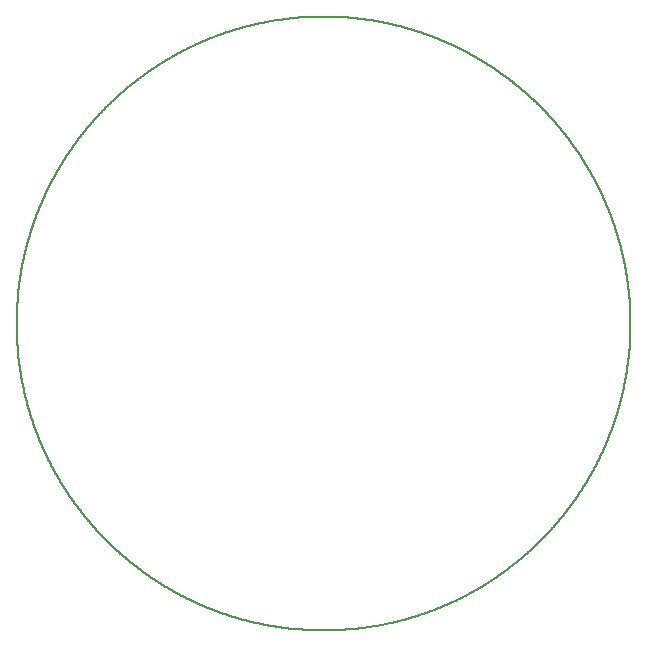
<source format=gm1>
G04 MADE WITH FRITZING*
G04 WWW.FRITZING.ORG*
G04 DOUBLE SIDED*
G04 HOLES PLATED*
G04 CONTOUR ON CENTER OF CONTOUR VECTOR*
%ASAXBY*%
%FSLAX23Y23*%
%MOIN*%
%OFA0B0*%
%SFA1.0B1.0*%
%ADD10C,0.008*%
%LNCONTOUR*%
G90*
G70*
G54D10*
X992Y2047D02*
X993Y2047D01*
X994Y2047D01*
X995Y2047D01*
X996Y2047D01*
X997Y2047D01*
X998Y2047D01*
X999Y2047D01*
X1000Y2047D01*
X1001Y2047D01*
X1002Y2047D01*
X1003Y2047D01*
X1004Y2047D01*
X1005Y2047D01*
X1006Y2047D01*
X1007Y2047D01*
X1008Y2047D01*
X1009Y2047D01*
X1010Y2047D01*
X1011Y2047D01*
X1012Y2047D01*
X1013Y2047D01*
X1014Y2047D01*
X1015Y2047D01*
X1016Y2047D01*
X1017Y2047D01*
X1018Y2047D01*
X1019Y2047D01*
X1020Y2047D01*
X1021Y2047D01*
X1022Y2047D01*
X1023Y2047D01*
X1024Y2047D01*
X1025Y2047D01*
X1026Y2047D01*
X1027Y2047D01*
X1028Y2047D01*
X1029Y2047D01*
X1030Y2047D01*
X1031Y2047D01*
X1032Y2047D01*
X1033Y2047D01*
X1034Y2047D01*
X1035Y2047D01*
X1036Y2047D01*
X1037Y2047D01*
X1038Y2047D01*
X1039Y2047D01*
X1040Y2047D01*
X1041Y2047D01*
X1042Y2047D01*
X1043Y2047D01*
X1044Y2047D01*
X1045Y2047D01*
X1046Y2047D01*
X1047Y2047D01*
X1048Y2047D01*
X1049Y2047D01*
X1050Y2047D01*
X1051Y2047D01*
X1052Y2047D01*
X1053Y2047D01*
X1054Y2047D01*
X1055Y2046D01*
X1056Y2046D01*
X1057Y2046D01*
X1058Y2046D01*
X1059Y2046D01*
X1060Y2046D01*
X1061Y2046D01*
X1062Y2046D01*
X1063Y2046D01*
X1064Y2046D01*
X1065Y2046D01*
X1066Y2046D01*
X1067Y2046D01*
X1068Y2046D01*
X1069Y2046D01*
X1070Y2046D01*
X1071Y2046D01*
X1072Y2046D01*
X1073Y2046D01*
X1074Y2046D01*
X1075Y2046D01*
X1076Y2046D01*
X1077Y2046D01*
X1078Y2046D01*
X1079Y2045D01*
X1080Y2045D01*
X1081Y2045D01*
X1082Y2045D01*
X1083Y2045D01*
X1084Y2045D01*
X1085Y2045D01*
X1086Y2045D01*
X1087Y2045D01*
X1088Y2045D01*
X1089Y2045D01*
X1090Y2045D01*
X1091Y2045D01*
X1092Y2045D01*
X1093Y2045D01*
X1094Y2045D01*
X1095Y2044D01*
X1096Y2044D01*
X1097Y2044D01*
X1098Y2044D01*
X1099Y2044D01*
X1100Y2044D01*
X1101Y2044D01*
X1102Y2044D01*
X1103Y2044D01*
X1104Y2044D01*
X1105Y2044D01*
X1106Y2044D01*
X1107Y2044D01*
X1108Y2043D01*
X1109Y2043D01*
X1110Y2043D01*
X1111Y2043D01*
X1112Y2043D01*
X1113Y2043D01*
X1114Y2043D01*
X1115Y2043D01*
X1116Y2043D01*
X1117Y2043D01*
X1118Y2043D01*
X1119Y2042D01*
X1120Y2042D01*
X1121Y2042D01*
X1122Y2042D01*
X1123Y2042D01*
X1124Y2042D01*
X1125Y2042D01*
X1126Y2042D01*
X1127Y2042D01*
X1128Y2042D01*
X1129Y2042D01*
X1130Y2041D01*
X1131Y2041D01*
X1132Y2041D01*
X1133Y2041D01*
X1134Y2041D01*
X1135Y2041D01*
X1136Y2041D01*
X1137Y2041D01*
X1138Y2041D01*
X1139Y2040D01*
X1140Y2040D01*
X1141Y2040D01*
X1142Y2040D01*
X1143Y2040D01*
X1144Y2040D01*
X1145Y2040D01*
X1146Y2040D01*
X1147Y2039D01*
X1148Y2039D01*
X1149Y2039D01*
X1150Y2039D01*
X1151Y2039D01*
X1152Y2039D01*
X1153Y2039D01*
X1154Y2039D01*
X1155Y2039D01*
X1156Y2038D01*
X1157Y2038D01*
X1158Y2038D01*
X1159Y2038D01*
X1160Y2038D01*
X1161Y2038D01*
X1162Y2038D01*
X1163Y2037D01*
X1164Y2037D01*
X1165Y2037D01*
X1166Y2037D01*
X1167Y2037D01*
X1168Y2037D01*
X1169Y2037D01*
X1170Y2036D01*
X1171Y2036D01*
X1172Y2036D01*
X1173Y2036D01*
X1174Y2036D01*
X1175Y2036D01*
X1176Y2036D01*
X1177Y2035D01*
X1178Y2035D01*
X1179Y2035D01*
X1180Y2035D01*
X1181Y2035D01*
X1182Y2035D01*
X1183Y2034D01*
X1184Y2034D01*
X1185Y2034D01*
X1186Y2034D01*
X1187Y2034D01*
X1188Y2034D01*
X1189Y2034D01*
X1190Y2033D01*
X1191Y2033D01*
X1192Y2033D01*
X1193Y2033D01*
X1194Y2033D01*
X1195Y2033D01*
X1196Y2032D01*
X1197Y2032D01*
X1198Y2032D01*
X1199Y2032D01*
X1200Y2032D01*
X1201Y2032D01*
X1202Y2031D01*
X1203Y2031D01*
X1204Y2031D01*
X1205Y2031D01*
X1206Y2031D01*
X1207Y2030D01*
X1208Y2030D01*
X1209Y2030D01*
X1210Y2030D01*
X1211Y2030D01*
X1212Y2029D01*
X1213Y2029D01*
X1214Y2029D01*
X1215Y2029D01*
X1216Y2029D01*
X1217Y2029D01*
X1218Y2028D01*
X1219Y2028D01*
X1220Y2028D01*
X1221Y2028D01*
X1222Y2028D01*
X1223Y2027D01*
X1224Y2027D01*
X1225Y2027D01*
X1226Y2027D01*
X1227Y2027D01*
X1228Y2026D01*
X1229Y2026D01*
X1230Y2026D01*
X1231Y2026D01*
X1232Y2026D01*
X1233Y2025D01*
X1234Y2025D01*
X1235Y2025D01*
X1236Y2025D01*
X1237Y2024D01*
X1238Y2024D01*
X1239Y2024D01*
X1240Y2024D01*
X1241Y2024D01*
X1242Y2023D01*
X1243Y2023D01*
X1244Y2023D01*
X1245Y2023D01*
X1246Y2023D01*
X1247Y2022D01*
X1248Y2022D01*
X1249Y2022D01*
X1250Y2022D01*
X1251Y2021D01*
X1252Y2021D01*
X1253Y2021D01*
X1254Y2021D01*
X1255Y2021D01*
X1256Y2020D01*
X1257Y2020D01*
X1258Y2020D01*
X1259Y2020D01*
X1260Y2019D01*
X1261Y2019D01*
X1262Y2019D01*
X1263Y2019D01*
X1264Y2018D01*
X1265Y2018D01*
X1266Y2018D01*
X1267Y2018D01*
X1268Y2017D01*
X1269Y2017D01*
X1270Y2017D01*
X1271Y2017D01*
X1272Y2016D01*
X1273Y2016D01*
X1274Y2016D01*
X1275Y2016D01*
X1276Y2015D01*
X1277Y2015D01*
X1278Y2015D01*
X1279Y2015D01*
X1280Y2014D01*
X1281Y2014D01*
X1282Y2014D01*
X1283Y2014D01*
X1284Y2013D01*
X1285Y2013D01*
X1286Y2013D01*
X1287Y2012D01*
X1288Y2012D01*
X1289Y2012D01*
X1290Y2012D01*
X1291Y2011D01*
X1292Y2011D01*
X1293Y2011D01*
X1294Y2011D01*
X1295Y2010D01*
X1296Y2010D01*
X1297Y2010D01*
X1298Y2009D01*
X1299Y2009D01*
X1300Y2009D01*
X1301Y2009D01*
X1302Y2008D01*
X1303Y2008D01*
X1304Y2008D01*
X1305Y2008D01*
X1306Y2007D01*
X1307Y2007D01*
X1308Y2007D01*
X1309Y2006D01*
X1310Y2006D01*
X1311Y2006D01*
X1312Y2005D01*
X1313Y2005D01*
X1314Y2005D01*
X1315Y2005D01*
X1316Y2004D01*
X1317Y2004D01*
X1318Y2004D01*
X1319Y2003D01*
X1320Y2003D01*
X1321Y2003D01*
X1322Y2002D01*
X1323Y2002D01*
X1324Y2002D01*
X1325Y2002D01*
X1326Y2001D01*
X1327Y2001D01*
X1328Y2001D01*
X1329Y2000D01*
X1330Y2000D01*
X1331Y2000D01*
X1332Y1999D01*
X1333Y1999D01*
X1334Y1999D01*
X1335Y1998D01*
X1336Y1998D01*
X1337Y1998D01*
X1338Y1997D01*
X1339Y1997D01*
X1340Y1997D01*
X1341Y1996D01*
X1342Y1996D01*
X1343Y1996D01*
X1344Y1995D01*
X1345Y1995D01*
X1346Y1995D01*
X1347Y1994D01*
X1348Y1994D01*
X1349Y1994D01*
X1350Y1994D01*
X1351Y1993D01*
X1352Y1993D01*
X1353Y1992D01*
X1354Y1992D01*
X1355Y1992D01*
X1356Y1991D01*
X1357Y1991D01*
X1358Y1991D01*
X1359Y1990D01*
X1360Y1990D01*
X1361Y1990D01*
X1362Y1989D01*
X1363Y1989D01*
X1364Y1989D01*
X1365Y1988D01*
X1366Y1988D01*
X1367Y1988D01*
X1368Y1987D01*
X1369Y1987D01*
X1370Y1986D01*
X1371Y1986D01*
X1372Y1986D01*
X1373Y1985D01*
X1374Y1985D01*
X1375Y1985D01*
X1376Y1984D01*
X1377Y1984D01*
X1378Y1984D01*
X1379Y1983D01*
X1380Y1983D01*
X1381Y1982D01*
X1382Y1982D01*
X1383Y1982D01*
X1384Y1981D01*
X1385Y1981D01*
X1386Y1981D01*
X1387Y1980D01*
X1388Y1980D01*
X1389Y1979D01*
X1390Y1979D01*
X1391Y1979D01*
X1392Y1978D01*
X1393Y1978D01*
X1394Y1977D01*
X1395Y1977D01*
X1396Y1977D01*
X1397Y1976D01*
X1398Y1976D01*
X1399Y1976D01*
X1400Y1975D01*
X1401Y1975D01*
X1402Y1974D01*
X1403Y1974D01*
X1404Y1974D01*
X1405Y1973D01*
X1406Y1973D01*
X1407Y1972D01*
X1408Y1972D01*
X1409Y1971D01*
X1410Y1971D01*
X1411Y1971D01*
X1412Y1970D01*
X1413Y1970D01*
X1414Y1969D01*
X1415Y1969D01*
X1416Y1969D01*
X1417Y1968D01*
X1418Y1968D01*
X1419Y1967D01*
X1420Y1967D01*
X1421Y1967D01*
X1422Y1966D01*
X1423Y1966D01*
X1424Y1965D01*
X1425Y1965D01*
X1426Y1964D01*
X1427Y1964D01*
X1428Y1964D01*
X1429Y1963D01*
X1430Y1963D01*
X1431Y1962D01*
X1432Y1962D01*
X1433Y1961D01*
X1434Y1961D01*
X1435Y1960D01*
X1436Y1960D01*
X1437Y1960D01*
X1438Y1959D01*
X1439Y1959D01*
X1440Y1958D01*
X1441Y1958D01*
X1442Y1957D01*
X1443Y1957D01*
X1444Y1957D01*
X1445Y1956D01*
X1446Y1956D01*
X1447Y1955D01*
X1448Y1955D01*
X1449Y1954D01*
X1450Y1954D01*
X1451Y1953D01*
X1452Y1953D01*
X1453Y1952D01*
X1454Y1952D01*
X1455Y1951D01*
X1456Y1951D01*
X1457Y1950D01*
X1458Y1950D01*
X1459Y1949D01*
X1460Y1949D01*
X1461Y1949D01*
X1462Y1948D01*
X1463Y1948D01*
X1464Y1947D01*
X1465Y1947D01*
X1466Y1946D01*
X1467Y1946D01*
X1468Y1945D01*
X1469Y1945D01*
X1470Y1944D01*
X1471Y1944D01*
X1472Y1943D01*
X1473Y1943D01*
X1474Y1942D01*
X1475Y1942D01*
X1476Y1941D01*
X1477Y1941D01*
X1478Y1940D01*
X1479Y1940D01*
X1480Y1939D01*
X1481Y1939D01*
X1482Y1938D01*
X1483Y1938D01*
X1484Y1937D01*
X1485Y1937D01*
X1486Y1936D01*
X1487Y1936D01*
X1488Y1935D01*
X1489Y1935D01*
X1490Y1934D01*
X1491Y1934D01*
X1492Y1933D01*
X1493Y1933D01*
X1494Y1932D01*
X1495Y1932D01*
X1496Y1931D01*
X1497Y1931D01*
X1498Y1930D01*
X1499Y1929D01*
X1500Y1929D01*
X1501Y1928D01*
X1502Y1928D01*
X1503Y1927D01*
X1504Y1927D01*
X1505Y1926D01*
X1506Y1926D01*
X1507Y1925D01*
X1508Y1925D01*
X1509Y1924D01*
X1510Y1924D01*
X1511Y1923D01*
X1512Y1923D01*
X1513Y1922D01*
X1514Y1921D01*
X1515Y1921D01*
X1516Y1920D01*
X1517Y1920D01*
X1518Y1919D01*
X1519Y1919D01*
X1520Y1918D01*
X1521Y1918D01*
X1522Y1917D01*
X1523Y1916D01*
X1524Y1916D01*
X1525Y1915D01*
X1526Y1915D01*
X1527Y1914D01*
X1528Y1914D01*
X1529Y1913D01*
X1530Y1913D01*
X1531Y1912D01*
X1532Y1911D01*
X1533Y1911D01*
X1534Y1910D01*
X1535Y1910D01*
X1536Y1909D01*
X1537Y1908D01*
X1538Y1908D01*
X1539Y1907D01*
X1540Y1907D01*
X1541Y1906D01*
X1542Y1905D01*
X1543Y1905D01*
X1544Y1904D01*
X1545Y1904D01*
X1546Y1903D01*
X1547Y1903D01*
X1548Y1902D01*
X1549Y1901D01*
X1550Y1901D01*
X1551Y1900D01*
X1552Y1900D01*
X1553Y1899D01*
X1554Y1898D01*
X1555Y1898D01*
X1556Y1897D01*
X1557Y1897D01*
X1558Y1896D01*
X1559Y1895D01*
X1560Y1895D01*
X1561Y1894D01*
X1562Y1893D01*
X1563Y1893D01*
X1564Y1892D01*
X1565Y1892D01*
X1566Y1891D01*
X1567Y1890D01*
X1568Y1890D01*
X1569Y1889D01*
X1570Y1888D01*
X1571Y1888D01*
X1572Y1887D01*
X1573Y1887D01*
X1574Y1886D01*
X1575Y1885D01*
X1576Y1885D01*
X1577Y1884D01*
X1578Y1883D01*
X1579Y1883D01*
X1580Y1882D01*
X1581Y1881D01*
X1582Y1881D01*
X1583Y1880D01*
X1584Y1879D01*
X1585Y1879D01*
X1586Y1878D01*
X1587Y1877D01*
X1588Y1877D01*
X1589Y1876D01*
X1590Y1875D01*
X1591Y1875D01*
X1592Y1874D01*
X1593Y1873D01*
X1594Y1873D01*
X1595Y1872D01*
X1596Y1871D01*
X1597Y1871D01*
X1598Y1870D01*
X1599Y1869D01*
X1600Y1869D01*
X1601Y1868D01*
X1602Y1867D01*
X1603Y1867D01*
X1604Y1866D01*
X1605Y1865D01*
X1606Y1864D01*
X1607Y1864D01*
X1608Y1863D01*
X1609Y1862D01*
X1610Y1862D01*
X1611Y1861D01*
X1612Y1860D01*
X1613Y1860D01*
X1614Y1859D01*
X1615Y1858D01*
X1616Y1857D01*
X1617Y1857D01*
X1618Y1856D01*
X1619Y1855D01*
X1620Y1855D01*
X1621Y1854D01*
X1622Y1853D01*
X1623Y1852D01*
X1624Y1852D01*
X1625Y1851D01*
X1626Y1850D01*
X1627Y1849D01*
X1628Y1849D01*
X1629Y1848D01*
X1630Y1847D01*
X1631Y1847D01*
X1632Y1846D01*
X1633Y1845D01*
X1634Y1844D01*
X1635Y1844D01*
X1636Y1843D01*
X1637Y1842D01*
X1638Y1841D01*
X1639Y1841D01*
X1640Y1840D01*
X1641Y1839D01*
X1642Y1838D01*
X1643Y1837D01*
X1644Y1837D01*
X1645Y1836D01*
X1646Y1835D01*
X1647Y1834D01*
X1648Y1834D01*
X1649Y1833D01*
X1650Y1832D01*
X1651Y1831D01*
X1652Y1831D01*
X1653Y1830D01*
X1654Y1829D01*
X1655Y1828D01*
X1656Y1827D01*
X1657Y1827D01*
X1658Y1826D01*
X1659Y1825D01*
X1660Y1824D01*
X1661Y1823D01*
X1662Y1823D01*
X1663Y1822D01*
X1664Y1821D01*
X1665Y1820D01*
X1666Y1819D01*
X1667Y1819D01*
X1668Y1818D01*
X1669Y1817D01*
X1670Y1816D01*
X1671Y1815D01*
X1672Y1815D01*
X1673Y1814D01*
X1674Y1813D01*
X1675Y1812D01*
X1676Y1811D01*
X1677Y1810D01*
X1678Y1810D01*
X1679Y1809D01*
X1680Y1808D01*
X1681Y1807D01*
X1682Y1806D01*
X1683Y1805D01*
X1684Y1804D01*
X1685Y1804D01*
X1686Y1803D01*
X1687Y1802D01*
X1688Y1801D01*
X1689Y1800D01*
X1690Y1799D01*
X1691Y1799D01*
X1692Y1798D01*
X1693Y1797D01*
X1694Y1796D01*
X1695Y1795D01*
X1696Y1794D01*
X1697Y1793D01*
X1698Y1792D01*
X1699Y1792D01*
X1700Y1791D01*
X1701Y1790D01*
X1702Y1789D01*
X1703Y1788D01*
X1704Y1787D01*
X1705Y1786D01*
X1706Y1785D01*
X1707Y1784D01*
X1708Y1784D01*
X1709Y1783D01*
X1710Y1782D01*
X1711Y1781D01*
X1712Y1780D01*
X1713Y1779D01*
X1714Y1778D01*
X1715Y1777D01*
X1716Y1776D01*
X1717Y1775D01*
X1718Y1774D01*
X1719Y1773D01*
X1720Y1773D01*
X1721Y1772D01*
X1722Y1771D01*
X1723Y1770D01*
X1724Y1769D01*
X1725Y1768D01*
X1726Y1767D01*
X1727Y1766D01*
X1728Y1765D01*
X1729Y1764D01*
X1730Y1763D01*
X1731Y1762D01*
X1732Y1761D01*
X1733Y1760D01*
X1734Y1759D01*
X1735Y1758D01*
X1736Y1757D01*
X1737Y1756D01*
X1738Y1755D01*
X1739Y1754D01*
X1740Y1753D01*
X1741Y1752D01*
X1742Y1751D01*
X1743Y1750D01*
X1744Y1749D01*
X1745Y1749D01*
X1746Y1748D01*
X1747Y1747D01*
X1748Y1746D01*
X1748Y1745D01*
X1749Y1744D01*
X1750Y1743D01*
X1751Y1742D01*
X1752Y1741D01*
X1753Y1740D01*
X1754Y1739D01*
X1755Y1738D01*
X1756Y1737D01*
X1757Y1736D01*
X1758Y1735D01*
X1759Y1734D01*
X1760Y1733D01*
X1761Y1732D01*
X1762Y1731D01*
X1763Y1730D01*
X1764Y1729D01*
X1765Y1728D01*
X1766Y1727D01*
X1767Y1726D01*
X1768Y1725D01*
X1769Y1724D01*
X1770Y1723D01*
X1771Y1722D01*
X1772Y1721D01*
X1772Y1720D01*
X1773Y1719D01*
X1774Y1718D01*
X1775Y1717D01*
X1776Y1716D01*
X1777Y1715D01*
X1778Y1714D01*
X1779Y1713D01*
X1780Y1712D01*
X1781Y1711D01*
X1782Y1710D01*
X1783Y1709D01*
X1783Y1708D01*
X1784Y1707D01*
X1785Y1706D01*
X1786Y1705D01*
X1787Y1704D01*
X1788Y1703D01*
X1789Y1702D01*
X1790Y1701D01*
X1791Y1700D01*
X1791Y1699D01*
X1792Y1698D01*
X1793Y1697D01*
X1794Y1696D01*
X1795Y1695D01*
X1796Y1694D01*
X1797Y1693D01*
X1798Y1692D01*
X1798Y1691D01*
X1799Y1690D01*
X1800Y1689D01*
X1801Y1688D01*
X1802Y1687D01*
X1803Y1686D01*
X1803Y1685D01*
X1804Y1684D01*
X1805Y1683D01*
X1806Y1682D01*
X1807Y1681D01*
X1808Y1680D01*
X1809Y1679D01*
X1809Y1678D01*
X1810Y1677D01*
X1811Y1676D01*
X1812Y1675D01*
X1813Y1674D01*
X1814Y1673D01*
X1814Y1672D01*
X1815Y1671D01*
X1816Y1670D01*
X1817Y1669D01*
X1818Y1668D01*
X1818Y1667D01*
X1819Y1666D01*
X1820Y1665D01*
X1821Y1664D01*
X1822Y1663D01*
X1822Y1662D01*
X1823Y1661D01*
X1824Y1660D01*
X1825Y1659D01*
X1826Y1658D01*
X1826Y1657D01*
X1827Y1656D01*
X1828Y1655D01*
X1829Y1654D01*
X1830Y1653D01*
X1830Y1652D01*
X1831Y1651D01*
X1832Y1650D01*
X1833Y1649D01*
X1833Y1648D01*
X1834Y1647D01*
X1835Y1646D01*
X1836Y1645D01*
X1836Y1644D01*
X1837Y1643D01*
X1838Y1642D01*
X1839Y1641D01*
X1840Y1640D01*
X1840Y1639D01*
X1841Y1638D01*
X1842Y1637D01*
X1843Y1636D01*
X1843Y1635D01*
X1844Y1634D01*
X1845Y1633D01*
X1846Y1632D01*
X1846Y1631D01*
X1847Y1630D01*
X1848Y1629D01*
X1848Y1628D01*
X1849Y1627D01*
X1850Y1626D01*
X1851Y1625D01*
X1851Y1624D01*
X1852Y1623D01*
X1853Y1622D01*
X1854Y1621D01*
X1854Y1620D01*
X1855Y1619D01*
X1856Y1618D01*
X1856Y1617D01*
X1857Y1616D01*
X1858Y1615D01*
X1859Y1614D01*
X1859Y1613D01*
X1860Y1612D01*
X1861Y1611D01*
X1861Y1610D01*
X1862Y1609D01*
X1863Y1608D01*
X1863Y1607D01*
X1864Y1606D01*
X1865Y1605D01*
X1866Y1604D01*
X1866Y1603D01*
X1867Y1602D01*
X1868Y1601D01*
X1868Y1600D01*
X1869Y1599D01*
X1870Y1598D01*
X1870Y1597D01*
X1871Y1596D01*
X1872Y1595D01*
X1872Y1594D01*
X1873Y1593D01*
X1874Y1592D01*
X1874Y1591D01*
X1875Y1590D01*
X1876Y1589D01*
X1876Y1588D01*
X1877Y1587D01*
X1878Y1586D01*
X1878Y1585D01*
X1879Y1584D01*
X1880Y1583D01*
X1880Y1582D01*
X1881Y1581D01*
X1882Y1580D01*
X1882Y1579D01*
X1883Y1578D01*
X1884Y1577D01*
X1884Y1576D01*
X1885Y1575D01*
X1885Y1574D01*
X1886Y1573D01*
X1887Y1572D01*
X1887Y1571D01*
X1888Y1570D01*
X1889Y1569D01*
X1889Y1568D01*
X1890Y1567D01*
X1890Y1566D01*
X1891Y1565D01*
X1892Y1564D01*
X1892Y1563D01*
X1893Y1562D01*
X1894Y1561D01*
X1894Y1560D01*
X1895Y1559D01*
X1895Y1558D01*
X1896Y1557D01*
X1897Y1556D01*
X1897Y1555D01*
X1898Y1554D01*
X1899Y1553D01*
X1899Y1552D01*
X1900Y1551D01*
X1900Y1550D01*
X1901Y1549D01*
X1902Y1548D01*
X1902Y1547D01*
X1903Y1546D01*
X1903Y1545D01*
X1904Y1544D01*
X1904Y1543D01*
X1905Y1542D01*
X1906Y1541D01*
X1906Y1540D01*
X1907Y1539D01*
X1907Y1538D01*
X1908Y1537D01*
X1909Y1536D01*
X1909Y1535D01*
X1910Y1534D01*
X1910Y1533D01*
X1911Y1532D01*
X1912Y1531D01*
X1912Y1530D01*
X1913Y1529D01*
X1913Y1528D01*
X1914Y1527D01*
X1914Y1526D01*
X1915Y1525D01*
X1915Y1524D01*
X1916Y1523D01*
X1917Y1522D01*
X1917Y1521D01*
X1918Y1520D01*
X1918Y1519D01*
X1919Y1518D01*
X1919Y1517D01*
X1920Y1516D01*
X1920Y1515D01*
X1921Y1514D01*
X1922Y1513D01*
X1922Y1512D01*
X1923Y1511D01*
X1923Y1510D01*
X1924Y1509D01*
X1924Y1508D01*
X1925Y1507D01*
X1925Y1506D01*
X1926Y1505D01*
X1926Y1504D01*
X1927Y1503D01*
X1927Y1502D01*
X1928Y1501D01*
X1928Y1500D01*
X1929Y1499D01*
X1930Y1498D01*
X1930Y1497D01*
X1931Y1496D01*
X1931Y1495D01*
X1932Y1494D01*
X1932Y1493D01*
X1933Y1492D01*
X1933Y1491D01*
X1934Y1490D01*
X1934Y1489D01*
X1935Y1488D01*
X1935Y1487D01*
X1936Y1486D01*
X1936Y1485D01*
X1937Y1484D01*
X1937Y1483D01*
X1938Y1482D01*
X1938Y1481D01*
X1939Y1480D01*
X1939Y1479D01*
X1940Y1478D01*
X1940Y1477D01*
X1941Y1476D01*
X1941Y1475D01*
X1942Y1474D01*
X1942Y1473D01*
X1943Y1472D01*
X1943Y1471D01*
X1944Y1470D01*
X1944Y1469D01*
X1945Y1468D01*
X1945Y1467D01*
X1946Y1466D01*
X1946Y1465D01*
X1947Y1464D01*
X1947Y1463D01*
X1948Y1462D01*
X1948Y1460D01*
X1949Y1459D01*
X1949Y1458D01*
X1950Y1457D01*
X1950Y1456D01*
X1951Y1455D01*
X1951Y1454D01*
X1952Y1453D01*
X1952Y1452D01*
X1953Y1451D01*
X1953Y1450D01*
X1954Y1449D01*
X1954Y1448D01*
X1955Y1447D01*
X1955Y1445D01*
X1956Y1444D01*
X1956Y1443D01*
X1957Y1442D01*
X1957Y1441D01*
X1958Y1440D01*
X1958Y1439D01*
X1959Y1438D01*
X1959Y1436D01*
X1960Y1435D01*
X1960Y1434D01*
X1961Y1433D01*
X1961Y1432D01*
X1962Y1431D01*
X1962Y1429D01*
X1963Y1428D01*
X1963Y1427D01*
X1964Y1426D01*
X1964Y1425D01*
X1965Y1424D01*
X1965Y1423D01*
X1966Y1422D01*
X1966Y1420D01*
X1967Y1419D01*
X1967Y1418D01*
X1968Y1417D01*
X1968Y1415D01*
X1969Y1414D01*
X1969Y1413D01*
X1970Y1412D01*
X1970Y1410D01*
X1971Y1409D01*
X1971Y1408D01*
X1972Y1407D01*
X1972Y1406D01*
X1973Y1405D01*
X1973Y1403D01*
X1974Y1402D01*
X1974Y1401D01*
X1975Y1400D01*
X1975Y1398D01*
X1976Y1397D01*
X1976Y1395D01*
X1977Y1394D01*
X1977Y1393D01*
X1978Y1392D01*
X1978Y1390D01*
X1979Y1389D01*
X1979Y1388D01*
X1980Y1387D01*
X1980Y1385D01*
X1981Y1384D01*
X1981Y1382D01*
X1982Y1381D01*
X1982Y1380D01*
X1983Y1379D01*
X1983Y1377D01*
X1984Y1376D01*
X1984Y1374D01*
X1985Y1373D01*
X1985Y1371D01*
X1986Y1370D01*
X1986Y1369D01*
X1987Y1368D01*
X1987Y1366D01*
X1988Y1365D01*
X1988Y1363D01*
X1989Y1362D01*
X1989Y1360D01*
X1990Y1359D01*
X1990Y1357D01*
X1991Y1356D01*
X1991Y1354D01*
X1992Y1353D01*
X1992Y1352D01*
X1993Y1351D01*
X1993Y1348D01*
X1994Y1347D01*
X1994Y1345D01*
X1995Y1344D01*
X1995Y1342D01*
X1996Y1341D01*
X1996Y1339D01*
X1997Y1338D01*
X1997Y1336D01*
X1998Y1335D01*
X1998Y1333D01*
X1999Y1332D01*
X1999Y1330D01*
X2000Y1329D01*
X2000Y1327D01*
X2001Y1326D01*
X2001Y1323D01*
X2002Y1322D01*
X2002Y1320D01*
X2003Y1319D01*
X2003Y1317D01*
X2004Y1316D01*
X2004Y1313D01*
X2005Y1312D01*
X2005Y1310D01*
X2006Y1309D01*
X2006Y1307D01*
X2007Y1306D01*
X2007Y1303D01*
X2008Y1302D01*
X2008Y1299D01*
X2009Y1298D01*
X2009Y1296D01*
X2010Y1295D01*
X2010Y1292D01*
X2011Y1291D01*
X2011Y1288D01*
X2012Y1287D01*
X2012Y1285D01*
X2013Y1284D01*
X2013Y1281D01*
X2014Y1280D01*
X2014Y1277D01*
X2015Y1276D01*
X2015Y1273D01*
X2016Y1272D01*
X2016Y1269D01*
X2017Y1268D01*
X2017Y1265D01*
X2018Y1264D01*
X2018Y1261D01*
X2019Y1260D01*
X2019Y1257D01*
X2020Y1256D01*
X2020Y1252D01*
X2021Y1251D01*
X2021Y1247D01*
X2022Y1246D01*
X2022Y1243D01*
X2023Y1242D01*
X2023Y1238D01*
X2024Y1237D01*
X2024Y1234D01*
X2025Y1233D01*
X2025Y1229D01*
X2026Y1228D01*
X2026Y1224D01*
X2027Y1223D01*
X2027Y1219D01*
X2028Y1218D01*
X2028Y1213D01*
X2029Y1212D01*
X2029Y1208D01*
X2030Y1207D01*
X2030Y1202D01*
X2031Y1201D01*
X2031Y1196D01*
X2032Y1195D01*
X2032Y1190D01*
X2033Y1189D01*
X2033Y1184D01*
X2034Y1183D01*
X2034Y1178D01*
X2035Y1177D01*
X2035Y1171D01*
X2036Y1170D01*
X2036Y1164D01*
X2037Y1163D01*
X2037Y1157D01*
X2038Y1156D01*
X2038Y1148D01*
X2039Y1147D01*
X2039Y1140D01*
X2040Y1139D01*
X2040Y1131D01*
X2041Y1130D01*
X2041Y1120D01*
X2042Y1119D01*
X2042Y1109D01*
X2043Y1108D01*
X2043Y1095D01*
X2044Y1094D01*
X2044Y1080D01*
X2045Y1079D01*
X2045Y1055D01*
X2046Y1054D01*
X2046Y994D01*
X2045Y993D01*
X2045Y969D01*
X2044Y968D01*
X2044Y954D01*
X2043Y953D01*
X2043Y940D01*
X2042Y939D01*
X2042Y929D01*
X2041Y928D01*
X2041Y918D01*
X2040Y917D01*
X2040Y909D01*
X2039Y908D01*
X2039Y901D01*
X2038Y900D01*
X2038Y892D01*
X2037Y891D01*
X2037Y885D01*
X2036Y884D01*
X2036Y878D01*
X2035Y877D01*
X2035Y871D01*
X2034Y870D01*
X2034Y865D01*
X2033Y864D01*
X2033Y859D01*
X2032Y858D01*
X2032Y853D01*
X2031Y852D01*
X2031Y847D01*
X2030Y846D01*
X2030Y841D01*
X2029Y840D01*
X2029Y836D01*
X2028Y835D01*
X2028Y831D01*
X2027Y830D01*
X2027Y825D01*
X2026Y824D01*
X2026Y820D01*
X2025Y819D01*
X2025Y815D01*
X2024Y814D01*
X2024Y811D01*
X2023Y810D01*
X2023Y806D01*
X2022Y805D01*
X2022Y802D01*
X2021Y801D01*
X2021Y797D01*
X2020Y796D01*
X2020Y793D01*
X2019Y792D01*
X2019Y788D01*
X2018Y787D01*
X2018Y784D01*
X2017Y783D01*
X2017Y780D01*
X2016Y779D01*
X2016Y776D01*
X2015Y775D01*
X2015Y772D01*
X2014Y771D01*
X2014Y768D01*
X2013Y767D01*
X2013Y764D01*
X2012Y763D01*
X2012Y761D01*
X2011Y760D01*
X2011Y757D01*
X2010Y756D01*
X2010Y753D01*
X2009Y752D01*
X2009Y750D01*
X2008Y749D01*
X2008Y746D01*
X2007Y745D01*
X2007Y742D01*
X2006Y741D01*
X2006Y739D01*
X2005Y738D01*
X2005Y736D01*
X2004Y735D01*
X2004Y732D01*
X2003Y731D01*
X2003Y729D01*
X2002Y728D01*
X2002Y726D01*
X2001Y725D01*
X2001Y722D01*
X2000Y721D01*
X2000Y719D01*
X1999Y718D01*
X1999Y716D01*
X1998Y715D01*
X1998Y713D01*
X1997Y712D01*
X1997Y710D01*
X1996Y709D01*
X1996Y707D01*
X1995Y706D01*
X1995Y704D01*
X1994Y703D01*
X1994Y701D01*
X1993Y700D01*
X1993Y698D01*
X1992Y697D01*
X1992Y695D01*
X1991Y694D01*
X1991Y692D01*
X1990Y691D01*
X1990Y689D01*
X1989Y688D01*
X1989Y686D01*
X1988Y685D01*
X1988Y683D01*
X1987Y682D01*
X1987Y680D01*
X1986Y679D01*
X1986Y678D01*
X1985Y677D01*
X1985Y675D01*
X1984Y674D01*
X1984Y672D01*
X1983Y671D01*
X1983Y669D01*
X1982Y668D01*
X1982Y667D01*
X1981Y666D01*
X1981Y664D01*
X1980Y663D01*
X1980Y661D01*
X1979Y660D01*
X1979Y659D01*
X1978Y658D01*
X1978Y656D01*
X1977Y655D01*
X1977Y654D01*
X1976Y653D01*
X1976Y651D01*
X1975Y650D01*
X1975Y648D01*
X1974Y647D01*
X1974Y646D01*
X1973Y645D01*
X1973Y644D01*
X1972Y643D01*
X1972Y641D01*
X1971Y640D01*
X1971Y639D01*
X1970Y638D01*
X1970Y636D01*
X1969Y635D01*
X1969Y634D01*
X1968Y633D01*
X1968Y631D01*
X1967Y630D01*
X1967Y629D01*
X1966Y628D01*
X1966Y626D01*
X1965Y625D01*
X1965Y624D01*
X1964Y623D01*
X1964Y622D01*
X1963Y621D01*
X1963Y620D01*
X1962Y619D01*
X1962Y617D01*
X1961Y616D01*
X1961Y615D01*
X1960Y614D01*
X1960Y613D01*
X1959Y612D01*
X1959Y610D01*
X1958Y609D01*
X1958Y608D01*
X1957Y607D01*
X1957Y606D01*
X1956Y605D01*
X1956Y604D01*
X1955Y603D01*
X1955Y601D01*
X1954Y600D01*
X1954Y599D01*
X1953Y598D01*
X1953Y597D01*
X1952Y596D01*
X1952Y595D01*
X1951Y594D01*
X1951Y593D01*
X1950Y592D01*
X1950Y591D01*
X1949Y590D01*
X1949Y589D01*
X1948Y588D01*
X1948Y586D01*
X1947Y585D01*
X1947Y584D01*
X1946Y583D01*
X1946Y582D01*
X1945Y581D01*
X1945Y580D01*
X1944Y579D01*
X1944Y578D01*
X1943Y577D01*
X1943Y576D01*
X1942Y575D01*
X1942Y574D01*
X1941Y573D01*
X1941Y572D01*
X1940Y571D01*
X1940Y570D01*
X1939Y569D01*
X1939Y568D01*
X1938Y567D01*
X1938Y566D01*
X1937Y565D01*
X1937Y564D01*
X1936Y563D01*
X1936Y562D01*
X1935Y561D01*
X1935Y560D01*
X1934Y559D01*
X1934Y558D01*
X1933Y557D01*
X1933Y556D01*
X1932Y555D01*
X1932Y554D01*
X1931Y553D01*
X1931Y552D01*
X1930Y551D01*
X1930Y550D01*
X1929Y549D01*
X1928Y548D01*
X1928Y547D01*
X1927Y546D01*
X1927Y545D01*
X1926Y544D01*
X1926Y543D01*
X1925Y542D01*
X1925Y541D01*
X1924Y540D01*
X1924Y539D01*
X1923Y538D01*
X1923Y537D01*
X1922Y536D01*
X1922Y535D01*
X1921Y534D01*
X1920Y533D01*
X1920Y532D01*
X1919Y531D01*
X1919Y530D01*
X1918Y529D01*
X1918Y528D01*
X1917Y527D01*
X1917Y526D01*
X1916Y525D01*
X1915Y524D01*
X1915Y523D01*
X1914Y522D01*
X1914Y521D01*
X1913Y520D01*
X1913Y519D01*
X1912Y518D01*
X1911Y517D01*
X1911Y516D01*
X1910Y515D01*
X1910Y514D01*
X1909Y513D01*
X1909Y512D01*
X1908Y511D01*
X1907Y510D01*
X1907Y509D01*
X1906Y508D01*
X1906Y507D01*
X1905Y506D01*
X1904Y505D01*
X1904Y504D01*
X1903Y503D01*
X1903Y502D01*
X1902Y501D01*
X1902Y500D01*
X1901Y499D01*
X1900Y498D01*
X1900Y497D01*
X1899Y496D01*
X1899Y495D01*
X1898Y494D01*
X1897Y493D01*
X1897Y492D01*
X1896Y491D01*
X1895Y490D01*
X1895Y489D01*
X1894Y488D01*
X1894Y487D01*
X1893Y486D01*
X1892Y485D01*
X1892Y484D01*
X1891Y483D01*
X1890Y482D01*
X1890Y481D01*
X1889Y480D01*
X1889Y479D01*
X1888Y478D01*
X1887Y477D01*
X1887Y476D01*
X1886Y475D01*
X1885Y474D01*
X1885Y473D01*
X1884Y472D01*
X1884Y471D01*
X1883Y470D01*
X1882Y469D01*
X1882Y468D01*
X1881Y467D01*
X1880Y466D01*
X1880Y465D01*
X1879Y464D01*
X1878Y463D01*
X1878Y462D01*
X1877Y461D01*
X1876Y460D01*
X1876Y459D01*
X1875Y458D01*
X1874Y457D01*
X1874Y456D01*
X1873Y455D01*
X1872Y454D01*
X1872Y453D01*
X1871Y452D01*
X1870Y451D01*
X1870Y450D01*
X1869Y449D01*
X1868Y448D01*
X1868Y447D01*
X1867Y446D01*
X1866Y445D01*
X1866Y444D01*
X1865Y443D01*
X1864Y442D01*
X1863Y441D01*
X1863Y440D01*
X1862Y439D01*
X1861Y438D01*
X1861Y437D01*
X1860Y436D01*
X1859Y435D01*
X1859Y434D01*
X1858Y433D01*
X1857Y432D01*
X1856Y431D01*
X1856Y430D01*
X1855Y429D01*
X1854Y428D01*
X1854Y427D01*
X1853Y426D01*
X1852Y425D01*
X1851Y424D01*
X1851Y423D01*
X1850Y422D01*
X1849Y421D01*
X1848Y420D01*
X1848Y419D01*
X1847Y418D01*
X1846Y417D01*
X1846Y416D01*
X1845Y415D01*
X1844Y414D01*
X1843Y413D01*
X1843Y412D01*
X1842Y411D01*
X1841Y410D01*
X1840Y409D01*
X1840Y408D01*
X1839Y407D01*
X1838Y406D01*
X1837Y405D01*
X1836Y404D01*
X1836Y403D01*
X1835Y402D01*
X1834Y401D01*
X1833Y400D01*
X1833Y399D01*
X1832Y398D01*
X1831Y397D01*
X1830Y396D01*
X1830Y395D01*
X1829Y394D01*
X1828Y393D01*
X1827Y392D01*
X1826Y391D01*
X1826Y390D01*
X1825Y389D01*
X1824Y388D01*
X1823Y387D01*
X1822Y386D01*
X1822Y385D01*
X1821Y384D01*
X1820Y383D01*
X1819Y382D01*
X1818Y381D01*
X1818Y380D01*
X1817Y379D01*
X1816Y378D01*
X1815Y377D01*
X1814Y376D01*
X1814Y375D01*
X1813Y374D01*
X1812Y373D01*
X1811Y372D01*
X1810Y371D01*
X1809Y370D01*
X1809Y369D01*
X1808Y368D01*
X1807Y367D01*
X1806Y366D01*
X1805Y365D01*
X1804Y364D01*
X1803Y363D01*
X1803Y362D01*
X1802Y361D01*
X1801Y360D01*
X1800Y359D01*
X1799Y358D01*
X1798Y357D01*
X1798Y356D01*
X1797Y355D01*
X1796Y354D01*
X1795Y353D01*
X1794Y352D01*
X1793Y351D01*
X1792Y350D01*
X1791Y349D01*
X1791Y348D01*
X1790Y347D01*
X1789Y346D01*
X1788Y345D01*
X1787Y344D01*
X1786Y343D01*
X1785Y342D01*
X1784Y341D01*
X1783Y340D01*
X1783Y339D01*
X1782Y338D01*
X1781Y337D01*
X1780Y336D01*
X1779Y335D01*
X1778Y334D01*
X1777Y333D01*
X1776Y332D01*
X1775Y331D01*
X1774Y330D01*
X1773Y329D01*
X1772Y328D01*
X1771Y327D01*
X1771Y326D01*
X1770Y325D01*
X1769Y324D01*
X1768Y323D01*
X1767Y322D01*
X1766Y321D01*
X1765Y320D01*
X1764Y319D01*
X1763Y318D01*
X1762Y317D01*
X1761Y316D01*
X1760Y315D01*
X1759Y314D01*
X1758Y313D01*
X1757Y312D01*
X1756Y311D01*
X1755Y310D01*
X1754Y309D01*
X1753Y308D01*
X1752Y307D01*
X1751Y306D01*
X1750Y305D01*
X1749Y304D01*
X1748Y303D01*
X1747Y302D01*
X1747Y301D01*
X1746Y300D01*
X1745Y300D01*
X1744Y299D01*
X1743Y298D01*
X1742Y297D01*
X1741Y296D01*
X1740Y295D01*
X1739Y294D01*
X1738Y293D01*
X1737Y292D01*
X1736Y291D01*
X1735Y290D01*
X1734Y289D01*
X1733Y288D01*
X1732Y287D01*
X1731Y286D01*
X1730Y285D01*
X1729Y284D01*
X1728Y283D01*
X1727Y282D01*
X1726Y281D01*
X1725Y280D01*
X1724Y279D01*
X1723Y278D01*
X1722Y277D01*
X1721Y276D01*
X1720Y276D01*
X1719Y275D01*
X1718Y274D01*
X1717Y273D01*
X1716Y272D01*
X1715Y271D01*
X1714Y270D01*
X1713Y269D01*
X1712Y268D01*
X1711Y267D01*
X1710Y266D01*
X1709Y265D01*
X1708Y264D01*
X1707Y264D01*
X1706Y263D01*
X1705Y262D01*
X1704Y261D01*
X1703Y260D01*
X1702Y259D01*
X1701Y258D01*
X1700Y257D01*
X1699Y256D01*
X1698Y256D01*
X1697Y255D01*
X1696Y254D01*
X1695Y253D01*
X1694Y252D01*
X1693Y251D01*
X1692Y250D01*
X1691Y249D01*
X1690Y249D01*
X1689Y248D01*
X1688Y247D01*
X1687Y246D01*
X1686Y245D01*
X1685Y244D01*
X1684Y244D01*
X1683Y243D01*
X1682Y242D01*
X1681Y241D01*
X1680Y240D01*
X1679Y239D01*
X1678Y238D01*
X1677Y238D01*
X1676Y237D01*
X1675Y236D01*
X1674Y235D01*
X1673Y234D01*
X1672Y233D01*
X1671Y233D01*
X1670Y232D01*
X1669Y231D01*
X1668Y230D01*
X1667Y229D01*
X1666Y229D01*
X1665Y228D01*
X1664Y227D01*
X1663Y226D01*
X1662Y225D01*
X1661Y225D01*
X1660Y224D01*
X1659Y223D01*
X1658Y222D01*
X1657Y221D01*
X1656Y221D01*
X1655Y220D01*
X1654Y219D01*
X1653Y218D01*
X1652Y217D01*
X1651Y217D01*
X1650Y216D01*
X1649Y215D01*
X1648Y214D01*
X1647Y214D01*
X1646Y213D01*
X1645Y212D01*
X1644Y211D01*
X1643Y211D01*
X1642Y210D01*
X1641Y209D01*
X1640Y208D01*
X1639Y207D01*
X1638Y207D01*
X1637Y206D01*
X1636Y205D01*
X1635Y204D01*
X1634Y204D01*
X1633Y203D01*
X1632Y202D01*
X1631Y201D01*
X1630Y201D01*
X1629Y200D01*
X1628Y199D01*
X1627Y199D01*
X1626Y198D01*
X1625Y197D01*
X1624Y196D01*
X1623Y196D01*
X1622Y195D01*
X1621Y194D01*
X1620Y193D01*
X1619Y193D01*
X1618Y192D01*
X1617Y191D01*
X1616Y191D01*
X1615Y190D01*
X1614Y189D01*
X1613Y188D01*
X1612Y188D01*
X1611Y187D01*
X1610Y186D01*
X1609Y186D01*
X1608Y185D01*
X1607Y184D01*
X1606Y184D01*
X1605Y183D01*
X1604Y182D01*
X1603Y181D01*
X1602Y181D01*
X1601Y180D01*
X1600Y179D01*
X1599Y179D01*
X1598Y178D01*
X1597Y177D01*
X1596Y177D01*
X1595Y176D01*
X1594Y175D01*
X1593Y175D01*
X1592Y174D01*
X1591Y173D01*
X1590Y173D01*
X1589Y172D01*
X1588Y171D01*
X1587Y171D01*
X1586Y170D01*
X1585Y169D01*
X1584Y169D01*
X1583Y168D01*
X1582Y167D01*
X1581Y167D01*
X1580Y166D01*
X1579Y165D01*
X1578Y165D01*
X1577Y164D01*
X1576Y163D01*
X1575Y163D01*
X1574Y162D01*
X1573Y162D01*
X1572Y161D01*
X1571Y160D01*
X1570Y160D01*
X1569Y159D01*
X1568Y158D01*
X1567Y158D01*
X1566Y157D01*
X1565Y157D01*
X1564Y156D01*
X1563Y155D01*
X1562Y155D01*
X1561Y154D01*
X1560Y153D01*
X1559Y153D01*
X1558Y152D01*
X1557Y152D01*
X1556Y151D01*
X1555Y150D01*
X1554Y150D01*
X1553Y149D01*
X1552Y148D01*
X1551Y148D01*
X1550Y147D01*
X1549Y147D01*
X1548Y146D01*
X1547Y145D01*
X1546Y145D01*
X1545Y144D01*
X1544Y144D01*
X1543Y143D01*
X1542Y143D01*
X1541Y142D01*
X1540Y141D01*
X1539Y141D01*
X1538Y140D01*
X1537Y140D01*
X1536Y139D01*
X1535Y138D01*
X1534Y138D01*
X1533Y137D01*
X1532Y137D01*
X1531Y136D01*
X1530Y136D01*
X1529Y135D01*
X1528Y134D01*
X1527Y134D01*
X1526Y133D01*
X1525Y133D01*
X1524Y132D01*
X1523Y132D01*
X1522Y131D01*
X1521Y130D01*
X1520Y130D01*
X1519Y129D01*
X1518Y129D01*
X1517Y128D01*
X1516Y128D01*
X1515Y127D01*
X1514Y127D01*
X1513Y126D01*
X1512Y125D01*
X1511Y125D01*
X1510Y124D01*
X1509Y124D01*
X1508Y123D01*
X1507Y123D01*
X1506Y122D01*
X1505Y122D01*
X1504Y121D01*
X1503Y121D01*
X1502Y120D01*
X1501Y120D01*
X1500Y119D01*
X1499Y119D01*
X1498Y118D01*
X1497Y117D01*
X1496Y117D01*
X1495Y116D01*
X1494Y116D01*
X1493Y115D01*
X1492Y115D01*
X1491Y114D01*
X1490Y114D01*
X1489Y113D01*
X1488Y113D01*
X1487Y112D01*
X1486Y112D01*
X1485Y111D01*
X1484Y111D01*
X1483Y110D01*
X1482Y110D01*
X1481Y109D01*
X1480Y109D01*
X1479Y108D01*
X1478Y108D01*
X1477Y107D01*
X1476Y107D01*
X1475Y106D01*
X1474Y106D01*
X1473Y105D01*
X1472Y105D01*
X1471Y104D01*
X1470Y104D01*
X1469Y103D01*
X1468Y103D01*
X1467Y102D01*
X1466Y102D01*
X1465Y101D01*
X1464Y101D01*
X1463Y100D01*
X1462Y100D01*
X1461Y99D01*
X1460Y99D01*
X1459Y99D01*
X1458Y98D01*
X1457Y98D01*
X1456Y97D01*
X1455Y97D01*
X1454Y96D01*
X1453Y96D01*
X1452Y95D01*
X1451Y95D01*
X1450Y94D01*
X1449Y94D01*
X1448Y93D01*
X1447Y93D01*
X1446Y92D01*
X1445Y92D01*
X1444Y92D01*
X1443Y91D01*
X1442Y91D01*
X1441Y90D01*
X1440Y90D01*
X1439Y89D01*
X1438Y89D01*
X1437Y88D01*
X1436Y88D01*
X1435Y88D01*
X1434Y87D01*
X1433Y87D01*
X1432Y86D01*
X1431Y86D01*
X1430Y85D01*
X1429Y85D01*
X1428Y85D01*
X1427Y84D01*
X1426Y84D01*
X1425Y83D01*
X1424Y83D01*
X1423Y82D01*
X1422Y82D01*
X1421Y81D01*
X1420Y81D01*
X1419Y81D01*
X1418Y80D01*
X1417Y80D01*
X1416Y79D01*
X1415Y79D01*
X1414Y79D01*
X1413Y78D01*
X1412Y78D01*
X1411Y77D01*
X1410Y77D01*
X1409Y77D01*
X1408Y76D01*
X1407Y76D01*
X1406Y75D01*
X1405Y75D01*
X1404Y75D01*
X1403Y74D01*
X1402Y74D01*
X1401Y73D01*
X1400Y73D01*
X1399Y72D01*
X1398Y72D01*
X1397Y72D01*
X1396Y71D01*
X1395Y71D01*
X1394Y71D01*
X1393Y70D01*
X1392Y70D01*
X1391Y69D01*
X1390Y69D01*
X1389Y69D01*
X1388Y68D01*
X1387Y68D01*
X1386Y67D01*
X1385Y67D01*
X1384Y67D01*
X1383Y66D01*
X1382Y66D01*
X1381Y66D01*
X1380Y65D01*
X1379Y65D01*
X1378Y64D01*
X1377Y64D01*
X1376Y64D01*
X1375Y63D01*
X1374Y63D01*
X1373Y63D01*
X1372Y62D01*
X1371Y62D01*
X1370Y62D01*
X1369Y61D01*
X1368Y61D01*
X1367Y60D01*
X1366Y60D01*
X1365Y60D01*
X1364Y59D01*
X1363Y59D01*
X1362Y59D01*
X1361Y58D01*
X1360Y58D01*
X1359Y58D01*
X1358Y57D01*
X1357Y57D01*
X1356Y57D01*
X1355Y56D01*
X1354Y56D01*
X1353Y56D01*
X1352Y55D01*
X1351Y55D01*
X1350Y55D01*
X1349Y54D01*
X1348Y54D01*
X1347Y54D01*
X1346Y53D01*
X1345Y53D01*
X1344Y53D01*
X1343Y52D01*
X1342Y52D01*
X1341Y52D01*
X1340Y51D01*
X1339Y51D01*
X1338Y51D01*
X1337Y50D01*
X1336Y50D01*
X1335Y50D01*
X1334Y49D01*
X1333Y49D01*
X1332Y49D01*
X1331Y48D01*
X1330Y48D01*
X1329Y48D01*
X1328Y47D01*
X1327Y47D01*
X1326Y47D01*
X1325Y46D01*
X1324Y46D01*
X1323Y46D01*
X1322Y46D01*
X1321Y45D01*
X1320Y45D01*
X1319Y45D01*
X1318Y44D01*
X1317Y44D01*
X1316Y44D01*
X1315Y43D01*
X1314Y43D01*
X1313Y43D01*
X1312Y43D01*
X1311Y42D01*
X1310Y42D01*
X1309Y42D01*
X1308Y41D01*
X1307Y41D01*
X1306Y41D01*
X1305Y40D01*
X1304Y40D01*
X1303Y40D01*
X1302Y40D01*
X1301Y39D01*
X1300Y39D01*
X1299Y39D01*
X1298Y39D01*
X1297Y38D01*
X1296Y38D01*
X1295Y38D01*
X1294Y37D01*
X1293Y37D01*
X1292Y37D01*
X1291Y37D01*
X1290Y36D01*
X1289Y36D01*
X1288Y36D01*
X1287Y36D01*
X1286Y35D01*
X1285Y35D01*
X1284Y35D01*
X1283Y34D01*
X1282Y34D01*
X1281Y34D01*
X1280Y34D01*
X1279Y33D01*
X1278Y33D01*
X1277Y33D01*
X1276Y33D01*
X1275Y32D01*
X1274Y32D01*
X1273Y32D01*
X1272Y32D01*
X1271Y31D01*
X1270Y31D01*
X1269Y31D01*
X1268Y31D01*
X1267Y30D01*
X1266Y30D01*
X1265Y30D01*
X1264Y30D01*
X1263Y29D01*
X1262Y29D01*
X1261Y29D01*
X1260Y29D01*
X1259Y28D01*
X1258Y28D01*
X1257Y28D01*
X1256Y28D01*
X1255Y28D01*
X1254Y27D01*
X1253Y27D01*
X1252Y27D01*
X1251Y27D01*
X1250Y26D01*
X1249Y26D01*
X1248Y26D01*
X1247Y26D01*
X1246Y26D01*
X1245Y25D01*
X1244Y25D01*
X1243Y25D01*
X1242Y25D01*
X1241Y24D01*
X1240Y24D01*
X1239Y24D01*
X1238Y24D01*
X1237Y24D01*
X1236Y23D01*
X1235Y23D01*
X1234Y23D01*
X1233Y23D01*
X1232Y22D01*
X1231Y22D01*
X1230Y22D01*
X1229Y22D01*
X1228Y22D01*
X1227Y21D01*
X1226Y21D01*
X1225Y21D01*
X1224Y21D01*
X1223Y21D01*
X1222Y20D01*
X1221Y20D01*
X1220Y20D01*
X1219Y20D01*
X1218Y20D01*
X1217Y20D01*
X1216Y19D01*
X1215Y19D01*
X1214Y19D01*
X1213Y19D01*
X1212Y19D01*
X1211Y18D01*
X1210Y18D01*
X1209Y18D01*
X1208Y18D01*
X1207Y18D01*
X1206Y17D01*
X1205Y17D01*
X1204Y17D01*
X1203Y17D01*
X1202Y17D01*
X1201Y17D01*
X1200Y16D01*
X1199Y16D01*
X1198Y16D01*
X1197Y16D01*
X1196Y16D01*
X1195Y16D01*
X1194Y15D01*
X1193Y15D01*
X1192Y15D01*
X1191Y15D01*
X1190Y15D01*
X1189Y15D01*
X1188Y14D01*
X1187Y14D01*
X1186Y14D01*
X1185Y14D01*
X1184Y14D01*
X1183Y14D01*
X1182Y13D01*
X1181Y13D01*
X1180Y13D01*
X1179Y13D01*
X1178Y13D01*
X1177Y13D01*
X1176Y12D01*
X1175Y12D01*
X1174Y12D01*
X1173Y12D01*
X1172Y12D01*
X1171Y12D01*
X1170Y12D01*
X1169Y11D01*
X1168Y11D01*
X1167Y11D01*
X1166Y11D01*
X1165Y11D01*
X1164Y11D01*
X1163Y11D01*
X1162Y10D01*
X1161Y10D01*
X1160Y10D01*
X1159Y10D01*
X1158Y10D01*
X1157Y10D01*
X1156Y10D01*
X1155Y9D01*
X1154Y9D01*
X1153Y9D01*
X1152Y9D01*
X1151Y9D01*
X1150Y9D01*
X1149Y9D01*
X1148Y9D01*
X1147Y9D01*
X1146Y8D01*
X1145Y8D01*
X1144Y8D01*
X1143Y8D01*
X1142Y8D01*
X1141Y8D01*
X1140Y8D01*
X1139Y8D01*
X1138Y7D01*
X1137Y7D01*
X1136Y7D01*
X1135Y7D01*
X1134Y7D01*
X1133Y7D01*
X1132Y7D01*
X1131Y7D01*
X1130Y7D01*
X1129Y6D01*
X1128Y6D01*
X1127Y6D01*
X1126Y6D01*
X1125Y6D01*
X1124Y6D01*
X1123Y6D01*
X1122Y6D01*
X1121Y6D01*
X1120Y6D01*
X1119Y6D01*
X1118Y5D01*
X1117Y5D01*
X1116Y5D01*
X1115Y5D01*
X1114Y5D01*
X1113Y5D01*
X1112Y5D01*
X1111Y5D01*
X1110Y5D01*
X1109Y5D01*
X1108Y5D01*
X1107Y4D01*
X1106Y4D01*
X1105Y4D01*
X1104Y4D01*
X1103Y4D01*
X1102Y4D01*
X1101Y4D01*
X1100Y4D01*
X1099Y4D01*
X1098Y4D01*
X1097Y4D01*
X1096Y4D01*
X1095Y4D01*
X1094Y4D01*
X1093Y3D01*
X1092Y3D01*
X1091Y3D01*
X1090Y3D01*
X1089Y3D01*
X1088Y3D01*
X1087Y3D01*
X1086Y3D01*
X1085Y3D01*
X1084Y3D01*
X1083Y3D01*
X1082Y3D01*
X1081Y3D01*
X1080Y3D01*
X1079Y3D01*
X1078Y2D01*
X1077Y2D01*
X1076Y2D01*
X1075Y2D01*
X1074Y2D01*
X1073Y2D01*
X1072Y2D01*
X1071Y2D01*
X1070Y2D01*
X1069Y2D01*
X1068Y2D01*
X1067Y2D01*
X1066Y2D01*
X1065Y2D01*
X1064Y2D01*
X1063Y2D01*
X1062Y2D01*
X1061Y2D01*
X1060Y2D01*
X1059Y2D01*
X1058Y2D01*
X1057Y2D01*
X1056Y2D01*
X1055Y2D01*
X1054Y2D01*
X1053Y1D01*
X1052Y1D01*
X1051Y1D01*
X1050Y1D01*
X1049Y1D01*
X1048Y1D01*
X1047Y1D01*
X1046Y1D01*
X1045Y1D01*
X1044Y1D01*
X1043Y1D01*
X1042Y1D01*
X1041Y1D01*
X1040Y1D01*
X1039Y1D01*
X1038Y1D01*
X1037Y1D01*
X1036Y1D01*
X1035Y1D01*
X1034Y1D01*
X1033Y1D01*
X1032Y1D01*
X1031Y1D01*
X1030Y1D01*
X1029Y1D01*
X1028Y1D01*
X1027Y1D01*
X1026Y1D01*
X1025Y1D01*
X1024Y1D01*
X1023Y1D01*
X1022Y1D01*
X1021Y1D01*
X1020Y1D01*
X1019Y1D01*
X1018Y1D01*
X1017Y1D01*
X1016Y1D01*
X1015Y1D01*
X1014Y1D01*
X1013Y1D01*
X1012Y1D01*
X1011Y1D01*
X1010Y1D01*
X1009Y1D01*
X1008Y1D01*
X1007Y1D01*
X1006Y1D01*
X1005Y1D01*
X1004Y1D01*
X1003Y1D01*
X1002Y1D01*
X1001Y1D01*
X1000Y1D01*
X999Y1D01*
X998Y1D01*
X997Y1D01*
X996Y1D01*
X995Y1D01*
X994Y1D01*
X993Y1D01*
X992Y2D01*
X991Y2D01*
X990Y2D01*
X989Y2D01*
X988Y2D01*
X987Y2D01*
X986Y2D01*
X985Y2D01*
X984Y2D01*
X983Y2D01*
X982Y2D01*
X981Y2D01*
X980Y2D01*
X979Y2D01*
X978Y2D01*
X977Y2D01*
X976Y2D01*
X975Y2D01*
X974Y2D01*
X973Y2D01*
X972Y2D01*
X971Y2D01*
X970Y2D01*
X969Y2D01*
X968Y2D01*
X967Y3D01*
X966Y3D01*
X965Y3D01*
X964Y3D01*
X963Y3D01*
X962Y3D01*
X961Y3D01*
X960Y3D01*
X959Y3D01*
X958Y3D01*
X957Y3D01*
X956Y3D01*
X955Y3D01*
X954Y3D01*
X953Y3D01*
X952Y4D01*
X951Y4D01*
X950Y4D01*
X949Y4D01*
X948Y4D01*
X947Y4D01*
X946Y4D01*
X945Y4D01*
X944Y4D01*
X943Y4D01*
X942Y4D01*
X941Y4D01*
X940Y4D01*
X939Y4D01*
X938Y5D01*
X937Y5D01*
X936Y5D01*
X935Y5D01*
X934Y5D01*
X933Y5D01*
X932Y5D01*
X931Y5D01*
X930Y5D01*
X929Y5D01*
X928Y5D01*
X927Y6D01*
X926Y6D01*
X925Y6D01*
X924Y6D01*
X923Y6D01*
X922Y6D01*
X921Y6D01*
X920Y6D01*
X919Y6D01*
X918Y6D01*
X917Y6D01*
X916Y7D01*
X915Y7D01*
X914Y7D01*
X913Y7D01*
X912Y7D01*
X911Y7D01*
X910Y7D01*
X909Y7D01*
X908Y7D01*
X907Y8D01*
X906Y8D01*
X905Y8D01*
X904Y8D01*
X903Y8D01*
X902Y8D01*
X901Y8D01*
X900Y8D01*
X899Y9D01*
X898Y9D01*
X897Y9D01*
X896Y9D01*
X895Y9D01*
X894Y9D01*
X893Y9D01*
X892Y9D01*
X891Y9D01*
X890Y10D01*
X889Y10D01*
X888Y10D01*
X887Y10D01*
X886Y10D01*
X885Y10D01*
X884Y10D01*
X883Y11D01*
X882Y11D01*
X881Y11D01*
X880Y11D01*
X879Y11D01*
X878Y11D01*
X877Y11D01*
X876Y12D01*
X875Y12D01*
X874Y12D01*
X873Y12D01*
X872Y12D01*
X871Y12D01*
X870Y12D01*
X869Y13D01*
X868Y13D01*
X867Y13D01*
X866Y13D01*
X865Y13D01*
X864Y13D01*
X863Y14D01*
X862Y14D01*
X861Y14D01*
X860Y14D01*
X859Y14D01*
X858Y14D01*
X857Y15D01*
X856Y15D01*
X855Y15D01*
X854Y15D01*
X853Y15D01*
X852Y15D01*
X851Y16D01*
X850Y16D01*
X849Y16D01*
X848Y16D01*
X847Y16D01*
X846Y16D01*
X845Y17D01*
X844Y17D01*
X843Y17D01*
X842Y17D01*
X841Y17D01*
X840Y17D01*
X839Y18D01*
X838Y18D01*
X837Y18D01*
X836Y18D01*
X835Y18D01*
X834Y19D01*
X833Y19D01*
X832Y19D01*
X831Y19D01*
X830Y19D01*
X829Y19D01*
X828Y20D01*
X827Y20D01*
X826Y20D01*
X825Y20D01*
X824Y20D01*
X823Y21D01*
X822Y21D01*
X821Y21D01*
X820Y21D01*
X819Y21D01*
X818Y22D01*
X817Y22D01*
X816Y22D01*
X815Y22D01*
X814Y22D01*
X813Y23D01*
X812Y23D01*
X811Y23D01*
X810Y23D01*
X809Y24D01*
X808Y24D01*
X807Y24D01*
X806Y24D01*
X805Y24D01*
X804Y25D01*
X803Y25D01*
X802Y25D01*
X801Y25D01*
X800Y26D01*
X799Y26D01*
X798Y26D01*
X797Y26D01*
X796Y26D01*
X795Y27D01*
X794Y27D01*
X793Y27D01*
X792Y27D01*
X791Y27D01*
X790Y28D01*
X789Y28D01*
X788Y28D01*
X787Y28D01*
X786Y29D01*
X785Y29D01*
X784Y29D01*
X783Y29D01*
X782Y30D01*
X781Y30D01*
X780Y30D01*
X779Y30D01*
X778Y31D01*
X777Y31D01*
X776Y31D01*
X775Y31D01*
X774Y32D01*
X773Y32D01*
X772Y32D01*
X771Y32D01*
X770Y33D01*
X769Y33D01*
X768Y33D01*
X767Y33D01*
X766Y34D01*
X765Y34D01*
X764Y34D01*
X763Y34D01*
X762Y35D01*
X761Y35D01*
X760Y35D01*
X759Y36D01*
X758Y36D01*
X757Y36D01*
X756Y36D01*
X755Y37D01*
X754Y37D01*
X753Y37D01*
X752Y37D01*
X751Y38D01*
X750Y38D01*
X749Y38D01*
X748Y39D01*
X747Y39D01*
X746Y39D01*
X745Y39D01*
X744Y40D01*
X743Y40D01*
X742Y40D01*
X741Y40D01*
X740Y41D01*
X739Y41D01*
X738Y41D01*
X737Y42D01*
X736Y42D01*
X735Y42D01*
X734Y43D01*
X733Y43D01*
X732Y43D01*
X731Y43D01*
X730Y44D01*
X729Y44D01*
X728Y44D01*
X727Y45D01*
X726Y45D01*
X725Y45D01*
X724Y46D01*
X723Y46D01*
X722Y46D01*
X721Y46D01*
X720Y47D01*
X719Y47D01*
X718Y47D01*
X717Y48D01*
X716Y48D01*
X715Y48D01*
X714Y49D01*
X713Y49D01*
X712Y49D01*
X711Y50D01*
X710Y50D01*
X709Y50D01*
X708Y51D01*
X707Y51D01*
X706Y51D01*
X705Y52D01*
X704Y52D01*
X703Y52D01*
X702Y53D01*
X701Y53D01*
X700Y53D01*
X699Y54D01*
X698Y54D01*
X697Y54D01*
X696Y54D01*
X695Y55D01*
X694Y55D01*
X693Y56D01*
X692Y56D01*
X691Y56D01*
X690Y57D01*
X689Y57D01*
X688Y57D01*
X687Y58D01*
X686Y58D01*
X685Y58D01*
X684Y59D01*
X683Y59D01*
X682Y59D01*
X681Y60D01*
X680Y60D01*
X679Y60D01*
X678Y61D01*
X677Y61D01*
X676Y62D01*
X675Y62D01*
X674Y62D01*
X673Y63D01*
X672Y63D01*
X671Y63D01*
X670Y64D01*
X669Y64D01*
X668Y64D01*
X667Y65D01*
X666Y65D01*
X665Y66D01*
X664Y66D01*
X663Y66D01*
X662Y67D01*
X661Y67D01*
X660Y67D01*
X659Y68D01*
X658Y68D01*
X657Y69D01*
X656Y69D01*
X655Y69D01*
X654Y70D01*
X653Y70D01*
X652Y71D01*
X651Y71D01*
X650Y71D01*
X649Y72D01*
X648Y72D01*
X647Y72D01*
X646Y73D01*
X645Y73D01*
X644Y74D01*
X643Y74D01*
X642Y74D01*
X641Y75D01*
X640Y75D01*
X639Y76D01*
X638Y76D01*
X637Y77D01*
X636Y77D01*
X635Y77D01*
X634Y78D01*
X633Y78D01*
X632Y79D01*
X631Y79D01*
X630Y79D01*
X629Y80D01*
X628Y80D01*
X627Y81D01*
X626Y81D01*
X625Y81D01*
X624Y82D01*
X623Y82D01*
X622Y83D01*
X621Y83D01*
X620Y84D01*
X619Y84D01*
X618Y85D01*
X617Y85D01*
X616Y85D01*
X615Y86D01*
X614Y86D01*
X613Y87D01*
X612Y87D01*
X611Y88D01*
X610Y88D01*
X609Y88D01*
X608Y89D01*
X607Y89D01*
X606Y90D01*
X605Y90D01*
X604Y91D01*
X603Y91D01*
X602Y92D01*
X601Y92D01*
X600Y92D01*
X599Y93D01*
X598Y93D01*
X597Y94D01*
X596Y94D01*
X595Y95D01*
X594Y95D01*
X593Y96D01*
X592Y96D01*
X591Y97D01*
X590Y97D01*
X589Y98D01*
X588Y98D01*
X587Y99D01*
X586Y99D01*
X585Y99D01*
X584Y100D01*
X583Y100D01*
X582Y101D01*
X581Y101D01*
X580Y102D01*
X579Y102D01*
X578Y103D01*
X577Y103D01*
X576Y104D01*
X575Y104D01*
X574Y105D01*
X573Y105D01*
X572Y106D01*
X571Y106D01*
X570Y107D01*
X569Y107D01*
X568Y108D01*
X567Y108D01*
X566Y109D01*
X565Y109D01*
X564Y110D01*
X563Y110D01*
X562Y111D01*
X561Y111D01*
X560Y112D01*
X559Y112D01*
X558Y113D01*
X557Y113D01*
X556Y114D01*
X555Y114D01*
X554Y115D01*
X553Y115D01*
X552Y116D01*
X551Y116D01*
X550Y117D01*
X549Y117D01*
X548Y118D01*
X547Y119D01*
X546Y119D01*
X545Y120D01*
X544Y120D01*
X543Y121D01*
X542Y121D01*
X541Y122D01*
X540Y122D01*
X539Y123D01*
X538Y123D01*
X537Y124D01*
X536Y124D01*
X535Y125D01*
X534Y125D01*
X533Y126D01*
X532Y127D01*
X531Y127D01*
X530Y128D01*
X529Y128D01*
X528Y129D01*
X527Y129D01*
X526Y130D01*
X525Y130D01*
X524Y131D01*
X523Y132D01*
X522Y132D01*
X521Y133D01*
X520Y133D01*
X519Y134D01*
X518Y134D01*
X517Y135D01*
X516Y135D01*
X515Y136D01*
X514Y137D01*
X513Y137D01*
X512Y138D01*
X511Y138D01*
X510Y139D01*
X509Y140D01*
X508Y140D01*
X507Y141D01*
X506Y141D01*
X505Y142D01*
X504Y143D01*
X503Y143D01*
X502Y144D01*
X501Y144D01*
X500Y145D01*
X499Y145D01*
X498Y146D01*
X497Y147D01*
X496Y147D01*
X495Y148D01*
X494Y148D01*
X493Y149D01*
X492Y150D01*
X491Y150D01*
X490Y151D01*
X489Y152D01*
X488Y152D01*
X487Y153D01*
X486Y153D01*
X485Y154D01*
X484Y155D01*
X483Y155D01*
X482Y156D01*
X481Y157D01*
X480Y157D01*
X479Y158D01*
X478Y158D01*
X477Y159D01*
X476Y160D01*
X475Y160D01*
X474Y161D01*
X473Y162D01*
X472Y162D01*
X471Y163D01*
X470Y163D01*
X469Y164D01*
X468Y165D01*
X467Y165D01*
X466Y166D01*
X465Y167D01*
X464Y167D01*
X463Y168D01*
X462Y169D01*
X461Y169D01*
X460Y170D01*
X459Y171D01*
X458Y171D01*
X457Y172D01*
X456Y173D01*
X455Y173D01*
X454Y174D01*
X453Y175D01*
X452Y175D01*
X451Y176D01*
X450Y177D01*
X449Y177D01*
X448Y178D01*
X447Y179D01*
X446Y179D01*
X445Y180D01*
X444Y181D01*
X443Y181D01*
X442Y182D01*
X441Y183D01*
X440Y184D01*
X439Y184D01*
X438Y185D01*
X437Y186D01*
X436Y186D01*
X435Y187D01*
X434Y188D01*
X433Y188D01*
X432Y189D01*
X431Y190D01*
X430Y191D01*
X429Y191D01*
X428Y192D01*
X427Y193D01*
X426Y193D01*
X425Y194D01*
X424Y195D01*
X423Y196D01*
X422Y196D01*
X421Y197D01*
X420Y198D01*
X419Y199D01*
X418Y199D01*
X417Y200D01*
X416Y201D01*
X415Y201D01*
X414Y202D01*
X413Y203D01*
X412Y204D01*
X411Y204D01*
X410Y205D01*
X409Y206D01*
X408Y207D01*
X407Y207D01*
X406Y208D01*
X405Y209D01*
X404Y210D01*
X403Y211D01*
X402Y211D01*
X401Y212D01*
X400Y213D01*
X399Y214D01*
X398Y214D01*
X397Y215D01*
X396Y216D01*
X395Y217D01*
X394Y217D01*
X393Y218D01*
X392Y219D01*
X391Y220D01*
X390Y221D01*
X389Y221D01*
X388Y222D01*
X387Y223D01*
X386Y224D01*
X385Y225D01*
X384Y225D01*
X383Y226D01*
X382Y227D01*
X381Y228D01*
X380Y229D01*
X379Y229D01*
X378Y230D01*
X377Y231D01*
X376Y232D01*
X375Y233D01*
X374Y233D01*
X373Y234D01*
X372Y235D01*
X371Y236D01*
X370Y237D01*
X369Y238D01*
X368Y238D01*
X367Y239D01*
X366Y240D01*
X365Y241D01*
X364Y242D01*
X363Y243D01*
X362Y244D01*
X361Y244D01*
X360Y245D01*
X359Y246D01*
X358Y247D01*
X357Y248D01*
X356Y249D01*
X355Y249D01*
X354Y250D01*
X353Y251D01*
X352Y252D01*
X351Y253D01*
X350Y254D01*
X349Y255D01*
X348Y256D01*
X347Y256D01*
X346Y257D01*
X345Y258D01*
X344Y259D01*
X343Y260D01*
X342Y261D01*
X341Y262D01*
X340Y263D01*
X339Y264D01*
X338Y264D01*
X337Y265D01*
X336Y266D01*
X335Y267D01*
X334Y268D01*
X333Y269D01*
X332Y270D01*
X331Y271D01*
X330Y272D01*
X329Y273D01*
X328Y274D01*
X327Y275D01*
X326Y275D01*
X325Y276D01*
X324Y277D01*
X323Y278D01*
X322Y279D01*
X321Y280D01*
X320Y281D01*
X319Y282D01*
X318Y283D01*
X317Y284D01*
X316Y285D01*
X315Y286D01*
X314Y287D01*
X313Y288D01*
X312Y289D01*
X311Y290D01*
X310Y291D01*
X309Y292D01*
X308Y293D01*
X307Y294D01*
X306Y295D01*
X305Y296D01*
X304Y297D01*
X303Y298D01*
X302Y299D01*
X301Y299D01*
X300Y300D01*
X299Y301D01*
X298Y302D01*
X298Y303D01*
X297Y304D01*
X296Y305D01*
X295Y306D01*
X294Y307D01*
X293Y308D01*
X292Y309D01*
X291Y310D01*
X290Y311D01*
X289Y312D01*
X288Y313D01*
X287Y314D01*
X286Y315D01*
X285Y316D01*
X284Y317D01*
X283Y318D01*
X282Y319D01*
X281Y320D01*
X280Y321D01*
X279Y322D01*
X278Y323D01*
X277Y324D01*
X276Y325D01*
X275Y326D01*
X274Y327D01*
X274Y328D01*
X273Y329D01*
X272Y330D01*
X271Y331D01*
X270Y332D01*
X269Y333D01*
X268Y334D01*
X267Y335D01*
X266Y336D01*
X265Y337D01*
X264Y338D01*
X263Y339D01*
X263Y340D01*
X262Y341D01*
X261Y342D01*
X260Y343D01*
X259Y344D01*
X258Y345D01*
X257Y346D01*
X256Y347D01*
X255Y348D01*
X255Y349D01*
X254Y350D01*
X253Y351D01*
X252Y352D01*
X251Y353D01*
X250Y354D01*
X249Y355D01*
X248Y356D01*
X248Y357D01*
X247Y358D01*
X246Y359D01*
X245Y360D01*
X244Y361D01*
X243Y362D01*
X243Y363D01*
X242Y364D01*
X241Y365D01*
X240Y366D01*
X239Y367D01*
X238Y368D01*
X237Y369D01*
X237Y370D01*
X236Y371D01*
X235Y372D01*
X234Y373D01*
X233Y374D01*
X232Y375D01*
X232Y376D01*
X231Y377D01*
X230Y378D01*
X229Y379D01*
X228Y380D01*
X228Y381D01*
X227Y382D01*
X226Y383D01*
X225Y384D01*
X224Y385D01*
X224Y386D01*
X223Y387D01*
X222Y388D01*
X221Y389D01*
X220Y390D01*
X220Y391D01*
X219Y392D01*
X218Y393D01*
X217Y394D01*
X216Y395D01*
X216Y396D01*
X215Y397D01*
X214Y398D01*
X213Y399D01*
X213Y400D01*
X212Y401D01*
X211Y402D01*
X210Y403D01*
X210Y404D01*
X209Y405D01*
X208Y406D01*
X207Y407D01*
X206Y408D01*
X206Y409D01*
X205Y410D01*
X204Y411D01*
X203Y412D01*
X203Y413D01*
X202Y414D01*
X201Y415D01*
X200Y416D01*
X200Y417D01*
X199Y418D01*
X198Y419D01*
X198Y420D01*
X197Y421D01*
X196Y422D01*
X195Y423D01*
X195Y424D01*
X194Y425D01*
X193Y426D01*
X192Y427D01*
X192Y428D01*
X191Y429D01*
X190Y430D01*
X190Y431D01*
X189Y432D01*
X188Y433D01*
X187Y434D01*
X187Y435D01*
X186Y436D01*
X185Y437D01*
X185Y438D01*
X184Y439D01*
X183Y440D01*
X183Y441D01*
X182Y442D01*
X181Y443D01*
X180Y444D01*
X180Y445D01*
X179Y446D01*
X178Y447D01*
X178Y448D01*
X177Y449D01*
X176Y450D01*
X176Y451D01*
X175Y452D01*
X174Y453D01*
X174Y454D01*
X173Y455D01*
X172Y456D01*
X172Y457D01*
X171Y458D01*
X170Y459D01*
X170Y460D01*
X169Y461D01*
X168Y462D01*
X168Y463D01*
X167Y464D01*
X166Y465D01*
X166Y466D01*
X165Y467D01*
X164Y468D01*
X164Y469D01*
X163Y470D01*
X162Y471D01*
X162Y472D01*
X161Y473D01*
X160Y474D01*
X160Y475D01*
X159Y476D01*
X159Y477D01*
X158Y478D01*
X157Y479D01*
X157Y480D01*
X156Y481D01*
X155Y482D01*
X155Y483D01*
X154Y484D01*
X154Y485D01*
X153Y486D01*
X152Y487D01*
X152Y488D01*
X151Y489D01*
X150Y490D01*
X150Y491D01*
X149Y492D01*
X149Y493D01*
X148Y494D01*
X147Y495D01*
X147Y496D01*
X146Y497D01*
X146Y498D01*
X145Y499D01*
X144Y500D01*
X144Y501D01*
X143Y502D01*
X143Y503D01*
X142Y504D01*
X142Y505D01*
X141Y506D01*
X140Y507D01*
X140Y508D01*
X139Y509D01*
X139Y510D01*
X138Y511D01*
X137Y512D01*
X137Y513D01*
X136Y514D01*
X136Y515D01*
X135Y516D01*
X134Y517D01*
X134Y518D01*
X133Y519D01*
X133Y520D01*
X132Y521D01*
X132Y522D01*
X131Y523D01*
X131Y524D01*
X130Y525D01*
X129Y526D01*
X129Y527D01*
X128Y528D01*
X128Y529D01*
X127Y530D01*
X127Y531D01*
X126Y532D01*
X126Y533D01*
X125Y534D01*
X124Y535D01*
X124Y536D01*
X123Y537D01*
X123Y538D01*
X122Y539D01*
X122Y540D01*
X121Y541D01*
X121Y542D01*
X120Y543D01*
X120Y544D01*
X119Y545D01*
X119Y546D01*
X118Y547D01*
X117Y548D01*
X117Y549D01*
X116Y550D01*
X116Y551D01*
X115Y552D01*
X115Y553D01*
X114Y554D01*
X114Y555D01*
X113Y556D01*
X113Y557D01*
X112Y558D01*
X112Y559D01*
X111Y560D01*
X111Y561D01*
X110Y562D01*
X110Y563D01*
X109Y564D01*
X109Y565D01*
X108Y566D01*
X108Y567D01*
X107Y568D01*
X107Y569D01*
X106Y570D01*
X106Y571D01*
X105Y572D01*
X105Y573D01*
X104Y574D01*
X104Y575D01*
X103Y576D01*
X103Y577D01*
X102Y578D01*
X102Y579D01*
X101Y580D01*
X101Y581D01*
X100Y582D01*
X100Y583D01*
X99Y584D01*
X99Y585D01*
X98Y586D01*
X98Y588D01*
X97Y589D01*
X97Y590D01*
X96Y591D01*
X96Y592D01*
X95Y593D01*
X95Y594D01*
X94Y595D01*
X94Y596D01*
X93Y597D01*
X93Y598D01*
X92Y599D01*
X92Y600D01*
X91Y601D01*
X91Y602D01*
X90Y603D01*
X90Y605D01*
X89Y606D01*
X89Y607D01*
X88Y608D01*
X88Y609D01*
X87Y610D01*
X87Y612D01*
X86Y613D01*
X86Y614D01*
X85Y615D01*
X85Y616D01*
X84Y617D01*
X84Y618D01*
X83Y619D01*
X83Y621D01*
X82Y622D01*
X82Y623D01*
X81Y624D01*
X81Y625D01*
X80Y626D01*
X80Y628D01*
X79Y629D01*
X79Y630D01*
X78Y631D01*
X78Y633D01*
X77Y634D01*
X77Y635D01*
X76Y636D01*
X76Y638D01*
X75Y639D01*
X75Y640D01*
X74Y641D01*
X74Y642D01*
X73Y643D01*
X73Y645D01*
X72Y646D01*
X72Y647D01*
X71Y648D01*
X71Y650D01*
X70Y651D01*
X70Y653D01*
X69Y654D01*
X69Y655D01*
X68Y656D01*
X68Y658D01*
X67Y659D01*
X67Y660D01*
X66Y661D01*
X66Y663D01*
X65Y664D01*
X65Y666D01*
X64Y667D01*
X64Y668D01*
X63Y669D01*
X63Y671D01*
X62Y672D01*
X62Y674D01*
X61Y675D01*
X61Y677D01*
X60Y678D01*
X60Y679D01*
X59Y680D01*
X59Y682D01*
X58Y683D01*
X58Y685D01*
X57Y686D01*
X57Y688D01*
X56Y689D01*
X56Y691D01*
X55Y692D01*
X55Y694D01*
X54Y695D01*
X54Y696D01*
X53Y697D01*
X53Y700D01*
X52Y701D01*
X52Y703D01*
X51Y704D01*
X51Y706D01*
X50Y707D01*
X50Y709D01*
X49Y710D01*
X49Y712D01*
X48Y713D01*
X48Y715D01*
X47Y716D01*
X47Y718D01*
X46Y719D01*
X46Y721D01*
X45Y722D01*
X45Y725D01*
X44Y726D01*
X44Y728D01*
X43Y729D01*
X43Y731D01*
X42Y732D01*
X42Y735D01*
X41Y736D01*
X41Y738D01*
X40Y739D01*
X40Y741D01*
X39Y742D01*
X39Y745D01*
X38Y746D01*
X38Y749D01*
X37Y750D01*
X37Y752D01*
X36Y753D01*
X36Y756D01*
X35Y757D01*
X35Y760D01*
X34Y761D01*
X34Y763D01*
X33Y764D01*
X33Y767D01*
X32Y768D01*
X32Y771D01*
X31Y772D01*
X31Y775D01*
X30Y776D01*
X30Y779D01*
X29Y780D01*
X29Y783D01*
X28Y784D01*
X28Y787D01*
X27Y788D01*
X27Y791D01*
X26Y792D01*
X26Y796D01*
X25Y797D01*
X25Y800D01*
X24Y801D01*
X24Y805D01*
X23Y806D01*
X23Y810D01*
X22Y811D01*
X22Y814D01*
X21Y815D01*
X21Y819D01*
X20Y820D01*
X20Y824D01*
X19Y825D01*
X19Y829D01*
X18Y830D01*
X18Y835D01*
X17Y836D01*
X17Y840D01*
X16Y841D01*
X16Y845D01*
X15Y846D01*
X15Y851D01*
X14Y852D01*
X14Y857D01*
X13Y858D01*
X13Y864D01*
X12Y865D01*
X12Y870D01*
X11Y871D01*
X11Y877D01*
X10Y878D01*
X10Y884D01*
X9Y885D01*
X9Y891D01*
X8Y892D01*
X8Y900D01*
X7Y901D01*
X7Y908D01*
X6Y909D01*
X6Y917D01*
X5Y918D01*
X5Y928D01*
X4Y929D01*
X4Y939D01*
X3Y940D01*
X3Y952D01*
X2Y953D01*
X2Y968D01*
X1Y969D01*
X1Y992D01*
X0Y993D01*
X0Y1055D01*
X1Y1056D01*
X1Y1079D01*
X2Y1080D01*
X2Y1095D01*
X3Y1096D01*
X3Y1108D01*
X4Y1109D01*
X4Y1119D01*
X5Y1120D01*
X5Y1130D01*
X6Y1131D01*
X6Y1139D01*
X7Y1140D01*
X7Y1148D01*
X8Y1149D01*
X8Y1156D01*
X9Y1157D01*
X9Y1163D01*
X10Y1164D01*
X10Y1170D01*
X11Y1171D01*
X11Y1177D01*
X12Y1178D01*
X12Y1184D01*
X13Y1185D01*
X13Y1190D01*
X14Y1191D01*
X14Y1196D01*
X15Y1197D01*
X15Y1202D01*
X16Y1203D01*
X16Y1207D01*
X17Y1208D01*
X17Y1212D01*
X18Y1213D01*
X18Y1218D01*
X19Y1219D01*
X19Y1223D01*
X20Y1224D01*
X20Y1228D01*
X21Y1229D01*
X21Y1233D01*
X22Y1234D01*
X22Y1237D01*
X23Y1238D01*
X23Y1242D01*
X24Y1243D01*
X24Y1247D01*
X25Y1248D01*
X25Y1251D01*
X26Y1252D01*
X26Y1256D01*
X27Y1257D01*
X27Y1260D01*
X28Y1261D01*
X28Y1264D01*
X29Y1265D01*
X29Y1268D01*
X30Y1269D01*
X30Y1272D01*
X31Y1273D01*
X31Y1276D01*
X32Y1277D01*
X32Y1280D01*
X33Y1281D01*
X33Y1284D01*
X34Y1285D01*
X34Y1287D01*
X35Y1288D01*
X35Y1291D01*
X36Y1292D01*
X36Y1295D01*
X37Y1296D01*
X37Y1299D01*
X38Y1300D01*
X38Y1302D01*
X39Y1303D01*
X39Y1306D01*
X40Y1307D01*
X40Y1309D01*
X41Y1310D01*
X41Y1312D01*
X42Y1313D01*
X42Y1316D01*
X43Y1317D01*
X43Y1319D01*
X44Y1320D01*
X44Y1322D01*
X45Y1323D01*
X45Y1326D01*
X46Y1327D01*
X46Y1329D01*
X47Y1330D01*
X47Y1332D01*
X48Y1333D01*
X48Y1335D01*
X49Y1336D01*
X49Y1338D01*
X50Y1339D01*
X50Y1341D01*
X51Y1342D01*
X51Y1344D01*
X52Y1345D01*
X52Y1347D01*
X53Y1348D01*
X53Y1351D01*
X54Y1352D01*
X54Y1353D01*
X55Y1354D01*
X55Y1356D01*
X56Y1357D01*
X56Y1359D01*
X57Y1360D01*
X57Y1362D01*
X58Y1363D01*
X58Y1365D01*
X59Y1366D01*
X59Y1368D01*
X60Y1369D01*
X60Y1371D01*
X61Y1372D01*
X61Y1373D01*
X62Y1374D01*
X62Y1376D01*
X63Y1377D01*
X63Y1379D01*
X64Y1380D01*
X64Y1381D01*
X65Y1382D01*
X65Y1384D01*
X66Y1385D01*
X66Y1387D01*
X67Y1388D01*
X67Y1389D01*
X68Y1390D01*
X68Y1392D01*
X69Y1393D01*
X69Y1394D01*
X70Y1395D01*
X70Y1397D01*
X71Y1398D01*
X71Y1400D01*
X72Y1401D01*
X72Y1402D01*
X73Y1403D01*
X73Y1405D01*
X74Y1406D01*
X74Y1407D01*
X75Y1408D01*
X75Y1409D01*
X76Y1410D01*
X76Y1412D01*
X77Y1413D01*
X77Y1414D01*
X78Y1415D01*
X78Y1417D01*
X79Y1418D01*
X79Y1419D01*
X80Y1420D01*
X80Y1422D01*
X81Y1423D01*
X81Y1424D01*
X82Y1425D01*
X82Y1426D01*
X83Y1427D01*
X83Y1429D01*
X84Y1430D01*
X84Y1431D01*
X85Y1432D01*
X85Y1433D01*
X86Y1434D01*
X86Y1435D01*
X87Y1436D01*
X87Y1438D01*
X88Y1439D01*
X88Y1440D01*
X89Y1441D01*
X89Y1442D01*
X90Y1443D01*
X90Y1445D01*
X91Y1446D01*
X91Y1447D01*
X92Y1448D01*
X92Y1449D01*
X93Y1450D01*
X93Y1451D01*
X94Y1452D01*
X94Y1453D01*
X95Y1454D01*
X95Y1455D01*
X96Y1456D01*
X96Y1457D01*
X97Y1458D01*
X97Y1459D01*
X98Y1460D01*
X98Y1462D01*
X99Y1463D01*
X99Y1464D01*
X100Y1465D01*
X100Y1466D01*
X101Y1467D01*
X101Y1468D01*
X102Y1469D01*
X102Y1470D01*
X103Y1471D01*
X103Y1472D01*
X104Y1473D01*
X104Y1474D01*
X105Y1475D01*
X105Y1476D01*
X106Y1477D01*
X106Y1478D01*
X107Y1479D01*
X107Y1480D01*
X108Y1481D01*
X108Y1482D01*
X109Y1483D01*
X109Y1484D01*
X110Y1485D01*
X110Y1486D01*
X111Y1487D01*
X111Y1488D01*
X112Y1489D01*
X112Y1490D01*
X113Y1491D01*
X113Y1492D01*
X114Y1493D01*
X114Y1494D01*
X115Y1495D01*
X115Y1496D01*
X116Y1497D01*
X116Y1498D01*
X117Y1499D01*
X117Y1500D01*
X118Y1501D01*
X119Y1502D01*
X119Y1503D01*
X120Y1504D01*
X120Y1505D01*
X121Y1506D01*
X121Y1507D01*
X122Y1508D01*
X122Y1509D01*
X123Y1510D01*
X123Y1511D01*
X124Y1512D01*
X124Y1513D01*
X125Y1514D01*
X126Y1515D01*
X126Y1516D01*
X127Y1517D01*
X127Y1518D01*
X128Y1519D01*
X128Y1520D01*
X129Y1521D01*
X129Y1522D01*
X130Y1523D01*
X131Y1524D01*
X131Y1525D01*
X132Y1526D01*
X132Y1527D01*
X133Y1528D01*
X133Y1529D01*
X134Y1530D01*
X134Y1531D01*
X135Y1532D01*
X136Y1533D01*
X136Y1534D01*
X137Y1535D01*
X137Y1536D01*
X138Y1537D01*
X139Y1538D01*
X139Y1539D01*
X140Y1540D01*
X140Y1541D01*
X141Y1542D01*
X141Y1543D01*
X142Y1544D01*
X143Y1545D01*
X143Y1546D01*
X144Y1547D01*
X144Y1548D01*
X145Y1549D01*
X146Y1550D01*
X146Y1551D01*
X147Y1552D01*
X147Y1553D01*
X148Y1554D01*
X149Y1555D01*
X149Y1556D01*
X150Y1557D01*
X150Y1558D01*
X151Y1559D01*
X152Y1560D01*
X152Y1561D01*
X153Y1562D01*
X154Y1563D01*
X154Y1564D01*
X155Y1565D01*
X155Y1566D01*
X156Y1567D01*
X157Y1568D01*
X157Y1569D01*
X158Y1570D01*
X159Y1571D01*
X159Y1572D01*
X160Y1573D01*
X160Y1574D01*
X161Y1575D01*
X162Y1576D01*
X162Y1577D01*
X163Y1578D01*
X164Y1579D01*
X164Y1580D01*
X165Y1581D01*
X166Y1582D01*
X166Y1583D01*
X167Y1584D01*
X168Y1585D01*
X168Y1586D01*
X169Y1587D01*
X170Y1588D01*
X170Y1589D01*
X171Y1590D01*
X172Y1591D01*
X172Y1592D01*
X173Y1593D01*
X174Y1594D01*
X174Y1595D01*
X175Y1596D01*
X176Y1597D01*
X176Y1598D01*
X177Y1599D01*
X178Y1600D01*
X178Y1601D01*
X179Y1602D01*
X180Y1603D01*
X180Y1604D01*
X181Y1605D01*
X182Y1606D01*
X183Y1607D01*
X183Y1608D01*
X184Y1609D01*
X185Y1610D01*
X185Y1611D01*
X186Y1612D01*
X187Y1613D01*
X187Y1614D01*
X188Y1615D01*
X189Y1616D01*
X189Y1617D01*
X190Y1618D01*
X191Y1619D01*
X192Y1620D01*
X192Y1621D01*
X193Y1622D01*
X194Y1623D01*
X195Y1624D01*
X195Y1625D01*
X196Y1626D01*
X197Y1627D01*
X198Y1628D01*
X198Y1629D01*
X199Y1630D01*
X200Y1631D01*
X200Y1632D01*
X201Y1633D01*
X202Y1634D01*
X203Y1635D01*
X203Y1636D01*
X204Y1637D01*
X205Y1638D01*
X206Y1639D01*
X206Y1640D01*
X207Y1641D01*
X208Y1642D01*
X209Y1643D01*
X210Y1644D01*
X210Y1645D01*
X211Y1646D01*
X212Y1647D01*
X213Y1648D01*
X213Y1649D01*
X214Y1650D01*
X215Y1651D01*
X216Y1652D01*
X216Y1653D01*
X217Y1654D01*
X218Y1655D01*
X219Y1656D01*
X220Y1657D01*
X220Y1658D01*
X221Y1659D01*
X222Y1660D01*
X223Y1661D01*
X224Y1662D01*
X224Y1663D01*
X225Y1664D01*
X226Y1665D01*
X227Y1666D01*
X228Y1667D01*
X228Y1668D01*
X229Y1669D01*
X230Y1670D01*
X231Y1671D01*
X232Y1672D01*
X232Y1673D01*
X233Y1674D01*
X234Y1675D01*
X235Y1676D01*
X236Y1677D01*
X237Y1678D01*
X237Y1679D01*
X238Y1680D01*
X239Y1681D01*
X240Y1682D01*
X241Y1683D01*
X242Y1684D01*
X242Y1685D01*
X243Y1686D01*
X244Y1687D01*
X245Y1688D01*
X246Y1689D01*
X247Y1690D01*
X248Y1691D01*
X248Y1692D01*
X249Y1693D01*
X250Y1694D01*
X251Y1695D01*
X252Y1696D01*
X253Y1697D01*
X254Y1698D01*
X255Y1699D01*
X255Y1700D01*
X256Y1701D01*
X257Y1702D01*
X258Y1703D01*
X259Y1704D01*
X260Y1705D01*
X261Y1706D01*
X262Y1707D01*
X263Y1708D01*
X263Y1709D01*
X264Y1710D01*
X265Y1711D01*
X266Y1712D01*
X267Y1713D01*
X268Y1714D01*
X269Y1715D01*
X270Y1716D01*
X271Y1717D01*
X272Y1718D01*
X273Y1719D01*
X274Y1720D01*
X274Y1721D01*
X275Y1722D01*
X276Y1723D01*
X277Y1724D01*
X278Y1725D01*
X279Y1726D01*
X280Y1727D01*
X281Y1728D01*
X282Y1729D01*
X283Y1730D01*
X284Y1731D01*
X285Y1732D01*
X286Y1733D01*
X287Y1734D01*
X288Y1735D01*
X289Y1736D01*
X290Y1737D01*
X291Y1738D01*
X292Y1739D01*
X293Y1740D01*
X294Y1741D01*
X295Y1742D01*
X296Y1743D01*
X297Y1744D01*
X297Y1745D01*
X298Y1746D01*
X299Y1747D01*
X300Y1748D01*
X301Y1749D01*
X302Y1750D01*
X303Y1750D01*
X304Y1751D01*
X305Y1752D01*
X306Y1753D01*
X307Y1754D01*
X308Y1755D01*
X309Y1756D01*
X310Y1757D01*
X311Y1758D01*
X312Y1759D01*
X313Y1760D01*
X314Y1761D01*
X315Y1762D01*
X316Y1763D01*
X317Y1764D01*
X318Y1765D01*
X319Y1766D01*
X320Y1767D01*
X321Y1768D01*
X322Y1769D01*
X323Y1770D01*
X324Y1771D01*
X325Y1772D01*
X326Y1773D01*
X327Y1773D01*
X328Y1774D01*
X329Y1775D01*
X330Y1776D01*
X331Y1777D01*
X332Y1778D01*
X333Y1779D01*
X334Y1780D01*
X335Y1781D01*
X336Y1782D01*
X337Y1783D01*
X338Y1784D01*
X339Y1784D01*
X340Y1785D01*
X341Y1786D01*
X342Y1787D01*
X343Y1788D01*
X344Y1789D01*
X345Y1790D01*
X346Y1791D01*
X347Y1792D01*
X348Y1792D01*
X349Y1793D01*
X350Y1794D01*
X351Y1795D01*
X352Y1796D01*
X353Y1797D01*
X354Y1798D01*
X355Y1799D01*
X356Y1799D01*
X357Y1800D01*
X358Y1801D01*
X359Y1802D01*
X360Y1803D01*
X361Y1804D01*
X362Y1805D01*
X363Y1805D01*
X364Y1806D01*
X365Y1807D01*
X366Y1808D01*
X367Y1809D01*
X368Y1810D01*
X369Y1810D01*
X370Y1811D01*
X371Y1812D01*
X372Y1813D01*
X373Y1814D01*
X374Y1815D01*
X375Y1815D01*
X376Y1816D01*
X377Y1817D01*
X378Y1818D01*
X379Y1819D01*
X380Y1819D01*
X381Y1820D01*
X382Y1821D01*
X383Y1822D01*
X384Y1823D01*
X385Y1823D01*
X386Y1824D01*
X387Y1825D01*
X388Y1826D01*
X389Y1827D01*
X390Y1827D01*
X391Y1828D01*
X392Y1829D01*
X393Y1830D01*
X394Y1831D01*
X395Y1831D01*
X396Y1832D01*
X397Y1833D01*
X398Y1834D01*
X399Y1834D01*
X400Y1835D01*
X401Y1836D01*
X402Y1837D01*
X403Y1837D01*
X404Y1838D01*
X405Y1839D01*
X406Y1840D01*
X407Y1841D01*
X408Y1841D01*
X409Y1842D01*
X410Y1843D01*
X411Y1844D01*
X412Y1844D01*
X413Y1845D01*
X414Y1846D01*
X415Y1847D01*
X416Y1847D01*
X417Y1848D01*
X418Y1849D01*
X419Y1849D01*
X420Y1850D01*
X421Y1851D01*
X422Y1852D01*
X423Y1852D01*
X424Y1853D01*
X425Y1854D01*
X426Y1855D01*
X427Y1855D01*
X428Y1856D01*
X429Y1857D01*
X430Y1858D01*
X431Y1858D01*
X432Y1859D01*
X433Y1860D01*
X434Y1860D01*
X435Y1861D01*
X436Y1862D01*
X437Y1862D01*
X438Y1863D01*
X439Y1864D01*
X440Y1864D01*
X441Y1865D01*
X442Y1866D01*
X443Y1867D01*
X444Y1867D01*
X445Y1868D01*
X446Y1869D01*
X447Y1869D01*
X448Y1870D01*
X449Y1871D01*
X450Y1871D01*
X451Y1872D01*
X452Y1873D01*
X453Y1873D01*
X454Y1874D01*
X455Y1875D01*
X456Y1875D01*
X457Y1876D01*
X458Y1877D01*
X459Y1877D01*
X460Y1878D01*
X461Y1879D01*
X462Y1879D01*
X463Y1880D01*
X464Y1881D01*
X465Y1881D01*
X466Y1882D01*
X467Y1883D01*
X468Y1883D01*
X469Y1884D01*
X470Y1885D01*
X471Y1885D01*
X472Y1886D01*
X473Y1887D01*
X474Y1887D01*
X475Y1888D01*
X476Y1888D01*
X477Y1889D01*
X478Y1890D01*
X479Y1890D01*
X480Y1891D01*
X481Y1892D01*
X482Y1892D01*
X483Y1893D01*
X484Y1893D01*
X485Y1894D01*
X486Y1895D01*
X487Y1895D01*
X488Y1896D01*
X489Y1897D01*
X490Y1897D01*
X491Y1898D01*
X492Y1898D01*
X493Y1899D01*
X494Y1900D01*
X495Y1900D01*
X496Y1901D01*
X497Y1901D01*
X498Y1902D01*
X499Y1903D01*
X500Y1903D01*
X501Y1904D01*
X502Y1904D01*
X503Y1905D01*
X504Y1906D01*
X505Y1906D01*
X506Y1907D01*
X507Y1907D01*
X508Y1908D01*
X509Y1908D01*
X510Y1909D01*
X511Y1910D01*
X512Y1910D01*
X513Y1911D01*
X514Y1911D01*
X515Y1912D01*
X516Y1913D01*
X517Y1913D01*
X518Y1914D01*
X519Y1914D01*
X520Y1915D01*
X521Y1915D01*
X522Y1916D01*
X523Y1916D01*
X524Y1917D01*
X525Y1918D01*
X526Y1918D01*
X527Y1919D01*
X528Y1919D01*
X529Y1920D01*
X530Y1920D01*
X531Y1921D01*
X532Y1921D01*
X533Y1922D01*
X534Y1923D01*
X535Y1923D01*
X536Y1924D01*
X537Y1924D01*
X538Y1925D01*
X539Y1925D01*
X540Y1926D01*
X541Y1926D01*
X542Y1927D01*
X543Y1927D01*
X544Y1928D01*
X545Y1928D01*
X546Y1929D01*
X547Y1930D01*
X548Y1930D01*
X549Y1931D01*
X550Y1931D01*
X551Y1932D01*
X552Y1932D01*
X553Y1933D01*
X554Y1933D01*
X555Y1934D01*
X556Y1934D01*
X557Y1935D01*
X558Y1935D01*
X559Y1936D01*
X560Y1936D01*
X561Y1937D01*
X562Y1937D01*
X563Y1938D01*
X564Y1938D01*
X565Y1939D01*
X566Y1939D01*
X567Y1940D01*
X568Y1940D01*
X569Y1941D01*
X570Y1941D01*
X571Y1942D01*
X572Y1942D01*
X573Y1943D01*
X574Y1943D01*
X575Y1944D01*
X576Y1944D01*
X577Y1945D01*
X578Y1945D01*
X579Y1946D01*
X580Y1946D01*
X581Y1947D01*
X582Y1947D01*
X583Y1948D01*
X584Y1948D01*
X585Y1949D01*
X586Y1949D01*
X587Y1949D01*
X588Y1950D01*
X589Y1950D01*
X590Y1951D01*
X591Y1951D01*
X592Y1952D01*
X593Y1952D01*
X594Y1953D01*
X595Y1953D01*
X596Y1954D01*
X597Y1954D01*
X598Y1955D01*
X599Y1955D01*
X600Y1956D01*
X601Y1956D01*
X602Y1957D01*
X603Y1957D01*
X604Y1957D01*
X605Y1958D01*
X606Y1958D01*
X607Y1959D01*
X608Y1959D01*
X609Y1960D01*
X610Y1960D01*
X611Y1960D01*
X612Y1961D01*
X613Y1961D01*
X614Y1962D01*
X615Y1962D01*
X616Y1963D01*
X617Y1963D01*
X618Y1964D01*
X619Y1964D01*
X620Y1964D01*
X621Y1965D01*
X622Y1965D01*
X623Y1966D01*
X624Y1966D01*
X625Y1967D01*
X626Y1967D01*
X627Y1967D01*
X628Y1968D01*
X629Y1968D01*
X630Y1969D01*
X631Y1969D01*
X632Y1969D01*
X633Y1970D01*
X634Y1970D01*
X635Y1971D01*
X636Y1971D01*
X637Y1971D01*
X638Y1972D01*
X639Y1972D01*
X640Y1973D01*
X641Y1973D01*
X642Y1974D01*
X643Y1974D01*
X644Y1974D01*
X645Y1975D01*
X646Y1975D01*
X647Y1976D01*
X648Y1976D01*
X649Y1976D01*
X650Y1977D01*
X651Y1977D01*
X652Y1977D01*
X653Y1978D01*
X654Y1978D01*
X655Y1979D01*
X656Y1979D01*
X657Y1979D01*
X658Y1980D01*
X659Y1980D01*
X660Y1981D01*
X661Y1981D01*
X662Y1981D01*
X663Y1982D01*
X664Y1982D01*
X665Y1982D01*
X666Y1983D01*
X667Y1983D01*
X668Y1984D01*
X669Y1984D01*
X670Y1984D01*
X671Y1985D01*
X672Y1985D01*
X673Y1985D01*
X674Y1986D01*
X675Y1986D01*
X676Y1987D01*
X677Y1987D01*
X678Y1987D01*
X679Y1988D01*
X680Y1988D01*
X681Y1988D01*
X682Y1989D01*
X683Y1989D01*
X684Y1989D01*
X685Y1990D01*
X686Y1990D01*
X687Y1990D01*
X688Y1991D01*
X689Y1991D01*
X690Y1991D01*
X691Y1992D01*
X692Y1992D01*
X693Y1992D01*
X694Y1993D01*
X695Y1993D01*
X696Y1994D01*
X697Y1994D01*
X698Y1994D01*
X699Y1995D01*
X700Y1995D01*
X701Y1995D01*
X702Y1995D01*
X703Y1996D01*
X704Y1996D01*
X705Y1996D01*
X706Y1997D01*
X707Y1997D01*
X708Y1997D01*
X709Y1998D01*
X710Y1998D01*
X711Y1998D01*
X712Y1999D01*
X713Y1999D01*
X714Y1999D01*
X715Y2000D01*
X716Y2000D01*
X717Y2000D01*
X718Y2001D01*
X719Y2001D01*
X720Y2001D01*
X721Y2002D01*
X722Y2002D01*
X723Y2002D01*
X724Y2002D01*
X725Y2003D01*
X726Y2003D01*
X727Y2003D01*
X728Y2004D01*
X729Y2004D01*
X730Y2004D01*
X731Y2005D01*
X732Y2005D01*
X733Y2005D01*
X734Y2005D01*
X735Y2006D01*
X736Y2006D01*
X737Y2006D01*
X738Y2007D01*
X739Y2007D01*
X740Y2007D01*
X741Y2008D01*
X742Y2008D01*
X743Y2008D01*
X744Y2008D01*
X745Y2009D01*
X746Y2009D01*
X747Y2009D01*
X748Y2010D01*
X749Y2010D01*
X750Y2010D01*
X751Y2010D01*
X752Y2011D01*
X753Y2011D01*
X754Y2011D01*
X755Y2011D01*
X756Y2012D01*
X757Y2012D01*
X758Y2012D01*
X759Y2012D01*
X760Y2013D01*
X761Y2013D01*
X762Y2013D01*
X763Y2014D01*
X764Y2014D01*
X765Y2014D01*
X766Y2014D01*
X767Y2015D01*
X768Y2015D01*
X769Y2015D01*
X770Y2015D01*
X771Y2016D01*
X772Y2016D01*
X773Y2016D01*
X774Y2016D01*
X775Y2017D01*
X776Y2017D01*
X777Y2017D01*
X778Y2017D01*
X779Y2018D01*
X780Y2018D01*
X781Y2018D01*
X782Y2018D01*
X783Y2019D01*
X784Y2019D01*
X785Y2019D01*
X786Y2019D01*
X787Y2020D01*
X788Y2020D01*
X789Y2020D01*
X790Y2020D01*
X791Y2021D01*
X792Y2021D01*
X793Y2021D01*
X794Y2021D01*
X795Y2021D01*
X796Y2022D01*
X797Y2022D01*
X798Y2022D01*
X799Y2022D01*
X800Y2023D01*
X801Y2023D01*
X802Y2023D01*
X803Y2023D01*
X804Y2023D01*
X805Y2024D01*
X806Y2024D01*
X807Y2024D01*
X808Y2024D01*
X809Y2024D01*
X810Y2025D01*
X811Y2025D01*
X812Y2025D01*
X813Y2025D01*
X814Y2026D01*
X815Y2026D01*
X816Y2026D01*
X817Y2026D01*
X818Y2026D01*
X819Y2027D01*
X820Y2027D01*
X821Y2027D01*
X822Y2027D01*
X823Y2027D01*
X824Y2028D01*
X825Y2028D01*
X826Y2028D01*
X827Y2028D01*
X828Y2028D01*
X829Y2029D01*
X830Y2029D01*
X831Y2029D01*
X832Y2029D01*
X833Y2029D01*
X834Y2029D01*
X835Y2030D01*
X836Y2030D01*
X837Y2030D01*
X838Y2030D01*
X839Y2030D01*
X840Y2031D01*
X841Y2031D01*
X842Y2031D01*
X843Y2031D01*
X844Y2031D01*
X845Y2032D01*
X846Y2032D01*
X847Y2032D01*
X848Y2032D01*
X849Y2032D01*
X850Y2032D01*
X851Y2033D01*
X852Y2033D01*
X853Y2033D01*
X854Y2033D01*
X855Y2033D01*
X856Y2033D01*
X857Y2034D01*
X858Y2034D01*
X859Y2034D01*
X860Y2034D01*
X861Y2034D01*
X862Y2034D01*
X863Y2035D01*
X864Y2035D01*
X865Y2035D01*
X866Y2035D01*
X867Y2035D01*
X868Y2035D01*
X869Y2035D01*
X870Y2036D01*
X871Y2036D01*
X872Y2036D01*
X873Y2036D01*
X874Y2036D01*
X875Y2036D01*
X876Y2036D01*
X877Y2037D01*
X878Y2037D01*
X879Y2037D01*
X880Y2037D01*
X881Y2037D01*
X882Y2037D01*
X883Y2037D01*
X884Y2038D01*
X885Y2038D01*
X886Y2038D01*
X887Y2038D01*
X888Y2038D01*
X889Y2038D01*
X890Y2038D01*
X891Y2039D01*
X892Y2039D01*
X893Y2039D01*
X894Y2039D01*
X895Y2039D01*
X896Y2039D01*
X897Y2039D01*
X898Y2039D01*
X899Y2040D01*
X900Y2040D01*
X901Y2040D01*
X902Y2040D01*
X903Y2040D01*
X904Y2040D01*
X905Y2040D01*
X906Y2040D01*
X907Y2040D01*
X908Y2041D01*
X909Y2041D01*
X910Y2041D01*
X911Y2041D01*
X912Y2041D01*
X913Y2041D01*
X914Y2041D01*
X915Y2041D01*
X916Y2041D01*
X917Y2042D01*
X918Y2042D01*
X919Y2042D01*
X920Y2042D01*
X921Y2042D01*
X922Y2042D01*
X923Y2042D01*
X924Y2042D01*
X925Y2042D01*
X926Y2042D01*
X927Y2042D01*
X928Y2043D01*
X929Y2043D01*
X930Y2043D01*
X931Y2043D01*
X932Y2043D01*
X933Y2043D01*
X934Y2043D01*
X935Y2043D01*
X936Y2043D01*
X937Y2043D01*
X938Y2043D01*
X939Y2044D01*
X940Y2044D01*
X941Y2044D01*
X942Y2044D01*
X943Y2044D01*
X944Y2044D01*
X945Y2044D01*
X946Y2044D01*
X947Y2044D01*
X948Y2044D01*
X949Y2044D01*
X950Y2044D01*
X951Y2044D01*
X952Y2045D01*
X953Y2045D01*
X954Y2045D01*
X955Y2045D01*
X956Y2045D01*
X957Y2045D01*
X958Y2045D01*
X959Y2045D01*
X960Y2045D01*
X961Y2045D01*
X962Y2045D01*
X963Y2045D01*
X964Y2045D01*
X965Y2045D01*
X966Y2045D01*
X967Y2045D01*
X968Y2046D01*
X969Y2046D01*
X970Y2046D01*
X971Y2046D01*
X972Y2046D01*
X973Y2046D01*
X974Y2046D01*
X975Y2046D01*
X976Y2046D01*
X977Y2046D01*
X978Y2046D01*
X979Y2046D01*
X980Y2046D01*
X981Y2046D01*
X982Y2046D01*
X983Y2046D01*
X984Y2046D01*
X985Y2046D01*
X986Y2046D01*
X987Y2046D01*
X988Y2046D01*
X989Y2046D01*
X990Y2046D01*
X991Y2046D01*
X992Y2047D01*
D02*
G04 End of contour*
M02*
</source>
